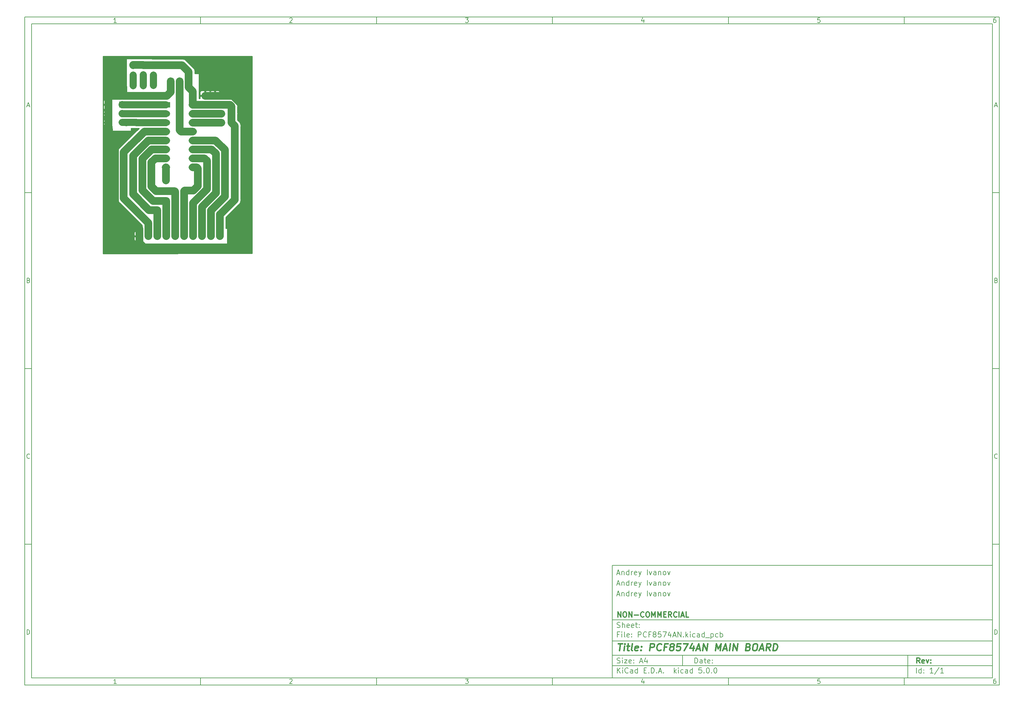
<source format=gbr>
G04 #@! TF.GenerationSoftware,KiCad,Pcbnew,5.0.0*
G04 #@! TF.CreationDate,2018-09-29T21:29:33+03:00*
G04 #@! TF.ProjectId,PCF8574AN,50434638353734414E2E6B696361645F,rev?*
G04 #@! TF.SameCoordinates,Original*
G04 #@! TF.FileFunction,Copper,L2,Bot,Signal*
G04 #@! TF.FilePolarity,Positive*
%FSLAX46Y46*%
G04 Gerber Fmt 4.6, Leading zero omitted, Abs format (unit mm)*
G04 Created by KiCad (PCBNEW 5.0.0) date Sat Sep 29 21:29:33 2018*
%MOMM*%
%LPD*%
G01*
G04 APERTURE LIST*
%ADD10C,0.100000*%
%ADD11C,0.150000*%
%ADD12C,0.300000*%
%ADD13C,0.400000*%
G04 #@! TA.AperFunction,ComponentPad*
%ADD14O,1.700000X1.700000*%
G04 #@! TD*
G04 #@! TA.AperFunction,ComponentPad*
%ADD15R,1.700000X1.700000*%
G04 #@! TD*
G04 #@! TA.AperFunction,Conductor*
%ADD16C,0.100000*%
G04 #@! TD*
G04 #@! TA.AperFunction,SMDPad,CuDef*
%ADD17C,1.250000*%
G04 #@! TD*
G04 #@! TA.AperFunction,ComponentPad*
%ADD18R,2.400000X1.600000*%
G04 #@! TD*
G04 #@! TA.AperFunction,ComponentPad*
%ADD19O,2.400000X1.600000*%
G04 #@! TD*
G04 #@! TA.AperFunction,ViaPad*
%ADD20C,0.600000*%
G04 #@! TD*
G04 #@! TA.AperFunction,Conductor*
%ADD21C,2.200000*%
G04 #@! TD*
G04 #@! TA.AperFunction,Conductor*
%ADD22C,2.000000*%
G04 #@! TD*
G04 #@! TA.AperFunction,Conductor*
%ADD23C,0.254000*%
G04 #@! TD*
G04 APERTURE END LIST*
D10*
D11*
X177002200Y-166007200D02*
X177002200Y-198007200D01*
X285002200Y-198007200D01*
X285002200Y-166007200D01*
X177002200Y-166007200D01*
D10*
D11*
X10000000Y-10000000D02*
X10000000Y-200007200D01*
X287002200Y-200007200D01*
X287002200Y-10000000D01*
X10000000Y-10000000D01*
D10*
D11*
X12000000Y-12000000D02*
X12000000Y-198007200D01*
X285002200Y-198007200D01*
X285002200Y-12000000D01*
X12000000Y-12000000D01*
D10*
D11*
X60000000Y-12000000D02*
X60000000Y-10000000D01*
D10*
D11*
X110000000Y-12000000D02*
X110000000Y-10000000D01*
D10*
D11*
X160000000Y-12000000D02*
X160000000Y-10000000D01*
D10*
D11*
X210000000Y-12000000D02*
X210000000Y-10000000D01*
D10*
D11*
X260000000Y-12000000D02*
X260000000Y-10000000D01*
D10*
D11*
X36065476Y-11588095D02*
X35322619Y-11588095D01*
X35694047Y-11588095D02*
X35694047Y-10288095D01*
X35570238Y-10473809D01*
X35446428Y-10597619D01*
X35322619Y-10659523D01*
D10*
D11*
X85322619Y-10411904D02*
X85384523Y-10350000D01*
X85508333Y-10288095D01*
X85817857Y-10288095D01*
X85941666Y-10350000D01*
X86003571Y-10411904D01*
X86065476Y-10535714D01*
X86065476Y-10659523D01*
X86003571Y-10845238D01*
X85260714Y-11588095D01*
X86065476Y-11588095D01*
D10*
D11*
X135260714Y-10288095D02*
X136065476Y-10288095D01*
X135632142Y-10783333D01*
X135817857Y-10783333D01*
X135941666Y-10845238D01*
X136003571Y-10907142D01*
X136065476Y-11030952D01*
X136065476Y-11340476D01*
X136003571Y-11464285D01*
X135941666Y-11526190D01*
X135817857Y-11588095D01*
X135446428Y-11588095D01*
X135322619Y-11526190D01*
X135260714Y-11464285D01*
D10*
D11*
X185941666Y-10721428D02*
X185941666Y-11588095D01*
X185632142Y-10226190D02*
X185322619Y-11154761D01*
X186127380Y-11154761D01*
D10*
D11*
X236003571Y-10288095D02*
X235384523Y-10288095D01*
X235322619Y-10907142D01*
X235384523Y-10845238D01*
X235508333Y-10783333D01*
X235817857Y-10783333D01*
X235941666Y-10845238D01*
X236003571Y-10907142D01*
X236065476Y-11030952D01*
X236065476Y-11340476D01*
X236003571Y-11464285D01*
X235941666Y-11526190D01*
X235817857Y-11588095D01*
X235508333Y-11588095D01*
X235384523Y-11526190D01*
X235322619Y-11464285D01*
D10*
D11*
X285941666Y-10288095D02*
X285694047Y-10288095D01*
X285570238Y-10350000D01*
X285508333Y-10411904D01*
X285384523Y-10597619D01*
X285322619Y-10845238D01*
X285322619Y-11340476D01*
X285384523Y-11464285D01*
X285446428Y-11526190D01*
X285570238Y-11588095D01*
X285817857Y-11588095D01*
X285941666Y-11526190D01*
X286003571Y-11464285D01*
X286065476Y-11340476D01*
X286065476Y-11030952D01*
X286003571Y-10907142D01*
X285941666Y-10845238D01*
X285817857Y-10783333D01*
X285570238Y-10783333D01*
X285446428Y-10845238D01*
X285384523Y-10907142D01*
X285322619Y-11030952D01*
D10*
D11*
X60000000Y-198007200D02*
X60000000Y-200007200D01*
D10*
D11*
X110000000Y-198007200D02*
X110000000Y-200007200D01*
D10*
D11*
X160000000Y-198007200D02*
X160000000Y-200007200D01*
D10*
D11*
X210000000Y-198007200D02*
X210000000Y-200007200D01*
D10*
D11*
X260000000Y-198007200D02*
X260000000Y-200007200D01*
D10*
D11*
X36065476Y-199595295D02*
X35322619Y-199595295D01*
X35694047Y-199595295D02*
X35694047Y-198295295D01*
X35570238Y-198481009D01*
X35446428Y-198604819D01*
X35322619Y-198666723D01*
D10*
D11*
X85322619Y-198419104D02*
X85384523Y-198357200D01*
X85508333Y-198295295D01*
X85817857Y-198295295D01*
X85941666Y-198357200D01*
X86003571Y-198419104D01*
X86065476Y-198542914D01*
X86065476Y-198666723D01*
X86003571Y-198852438D01*
X85260714Y-199595295D01*
X86065476Y-199595295D01*
D10*
D11*
X135260714Y-198295295D02*
X136065476Y-198295295D01*
X135632142Y-198790533D01*
X135817857Y-198790533D01*
X135941666Y-198852438D01*
X136003571Y-198914342D01*
X136065476Y-199038152D01*
X136065476Y-199347676D01*
X136003571Y-199471485D01*
X135941666Y-199533390D01*
X135817857Y-199595295D01*
X135446428Y-199595295D01*
X135322619Y-199533390D01*
X135260714Y-199471485D01*
D10*
D11*
X185941666Y-198728628D02*
X185941666Y-199595295D01*
X185632142Y-198233390D02*
X185322619Y-199161961D01*
X186127380Y-199161961D01*
D10*
D11*
X236003571Y-198295295D02*
X235384523Y-198295295D01*
X235322619Y-198914342D01*
X235384523Y-198852438D01*
X235508333Y-198790533D01*
X235817857Y-198790533D01*
X235941666Y-198852438D01*
X236003571Y-198914342D01*
X236065476Y-199038152D01*
X236065476Y-199347676D01*
X236003571Y-199471485D01*
X235941666Y-199533390D01*
X235817857Y-199595295D01*
X235508333Y-199595295D01*
X235384523Y-199533390D01*
X235322619Y-199471485D01*
D10*
D11*
X285941666Y-198295295D02*
X285694047Y-198295295D01*
X285570238Y-198357200D01*
X285508333Y-198419104D01*
X285384523Y-198604819D01*
X285322619Y-198852438D01*
X285322619Y-199347676D01*
X285384523Y-199471485D01*
X285446428Y-199533390D01*
X285570238Y-199595295D01*
X285817857Y-199595295D01*
X285941666Y-199533390D01*
X286003571Y-199471485D01*
X286065476Y-199347676D01*
X286065476Y-199038152D01*
X286003571Y-198914342D01*
X285941666Y-198852438D01*
X285817857Y-198790533D01*
X285570238Y-198790533D01*
X285446428Y-198852438D01*
X285384523Y-198914342D01*
X285322619Y-199038152D01*
D10*
D11*
X10000000Y-60000000D02*
X12000000Y-60000000D01*
D10*
D11*
X10000000Y-110000000D02*
X12000000Y-110000000D01*
D10*
D11*
X10000000Y-160000000D02*
X12000000Y-160000000D01*
D10*
D11*
X10690476Y-35216666D02*
X11309523Y-35216666D01*
X10566666Y-35588095D02*
X11000000Y-34288095D01*
X11433333Y-35588095D01*
D10*
D11*
X11092857Y-84907142D02*
X11278571Y-84969047D01*
X11340476Y-85030952D01*
X11402380Y-85154761D01*
X11402380Y-85340476D01*
X11340476Y-85464285D01*
X11278571Y-85526190D01*
X11154761Y-85588095D01*
X10659523Y-85588095D01*
X10659523Y-84288095D01*
X11092857Y-84288095D01*
X11216666Y-84350000D01*
X11278571Y-84411904D01*
X11340476Y-84535714D01*
X11340476Y-84659523D01*
X11278571Y-84783333D01*
X11216666Y-84845238D01*
X11092857Y-84907142D01*
X10659523Y-84907142D01*
D10*
D11*
X11402380Y-135464285D02*
X11340476Y-135526190D01*
X11154761Y-135588095D01*
X11030952Y-135588095D01*
X10845238Y-135526190D01*
X10721428Y-135402380D01*
X10659523Y-135278571D01*
X10597619Y-135030952D01*
X10597619Y-134845238D01*
X10659523Y-134597619D01*
X10721428Y-134473809D01*
X10845238Y-134350000D01*
X11030952Y-134288095D01*
X11154761Y-134288095D01*
X11340476Y-134350000D01*
X11402380Y-134411904D01*
D10*
D11*
X10659523Y-185588095D02*
X10659523Y-184288095D01*
X10969047Y-184288095D01*
X11154761Y-184350000D01*
X11278571Y-184473809D01*
X11340476Y-184597619D01*
X11402380Y-184845238D01*
X11402380Y-185030952D01*
X11340476Y-185278571D01*
X11278571Y-185402380D01*
X11154761Y-185526190D01*
X10969047Y-185588095D01*
X10659523Y-185588095D01*
D10*
D11*
X287002200Y-60000000D02*
X285002200Y-60000000D01*
D10*
D11*
X287002200Y-110000000D02*
X285002200Y-110000000D01*
D10*
D11*
X287002200Y-160000000D02*
X285002200Y-160000000D01*
D10*
D11*
X285692676Y-35216666D02*
X286311723Y-35216666D01*
X285568866Y-35588095D02*
X286002200Y-34288095D01*
X286435533Y-35588095D01*
D10*
D11*
X286095057Y-84907142D02*
X286280771Y-84969047D01*
X286342676Y-85030952D01*
X286404580Y-85154761D01*
X286404580Y-85340476D01*
X286342676Y-85464285D01*
X286280771Y-85526190D01*
X286156961Y-85588095D01*
X285661723Y-85588095D01*
X285661723Y-84288095D01*
X286095057Y-84288095D01*
X286218866Y-84350000D01*
X286280771Y-84411904D01*
X286342676Y-84535714D01*
X286342676Y-84659523D01*
X286280771Y-84783333D01*
X286218866Y-84845238D01*
X286095057Y-84907142D01*
X285661723Y-84907142D01*
D10*
D11*
X286404580Y-135464285D02*
X286342676Y-135526190D01*
X286156961Y-135588095D01*
X286033152Y-135588095D01*
X285847438Y-135526190D01*
X285723628Y-135402380D01*
X285661723Y-135278571D01*
X285599819Y-135030952D01*
X285599819Y-134845238D01*
X285661723Y-134597619D01*
X285723628Y-134473809D01*
X285847438Y-134350000D01*
X286033152Y-134288095D01*
X286156961Y-134288095D01*
X286342676Y-134350000D01*
X286404580Y-134411904D01*
D10*
D11*
X285661723Y-185588095D02*
X285661723Y-184288095D01*
X285971247Y-184288095D01*
X286156961Y-184350000D01*
X286280771Y-184473809D01*
X286342676Y-184597619D01*
X286404580Y-184845238D01*
X286404580Y-185030952D01*
X286342676Y-185278571D01*
X286280771Y-185402380D01*
X286156961Y-185526190D01*
X285971247Y-185588095D01*
X285661723Y-185588095D01*
D10*
D11*
X200434342Y-193785771D02*
X200434342Y-192285771D01*
X200791485Y-192285771D01*
X201005771Y-192357200D01*
X201148628Y-192500057D01*
X201220057Y-192642914D01*
X201291485Y-192928628D01*
X201291485Y-193142914D01*
X201220057Y-193428628D01*
X201148628Y-193571485D01*
X201005771Y-193714342D01*
X200791485Y-193785771D01*
X200434342Y-193785771D01*
X202577200Y-193785771D02*
X202577200Y-193000057D01*
X202505771Y-192857200D01*
X202362914Y-192785771D01*
X202077200Y-192785771D01*
X201934342Y-192857200D01*
X202577200Y-193714342D02*
X202434342Y-193785771D01*
X202077200Y-193785771D01*
X201934342Y-193714342D01*
X201862914Y-193571485D01*
X201862914Y-193428628D01*
X201934342Y-193285771D01*
X202077200Y-193214342D01*
X202434342Y-193214342D01*
X202577200Y-193142914D01*
X203077200Y-192785771D02*
X203648628Y-192785771D01*
X203291485Y-192285771D02*
X203291485Y-193571485D01*
X203362914Y-193714342D01*
X203505771Y-193785771D01*
X203648628Y-193785771D01*
X204720057Y-193714342D02*
X204577200Y-193785771D01*
X204291485Y-193785771D01*
X204148628Y-193714342D01*
X204077200Y-193571485D01*
X204077200Y-193000057D01*
X204148628Y-192857200D01*
X204291485Y-192785771D01*
X204577200Y-192785771D01*
X204720057Y-192857200D01*
X204791485Y-193000057D01*
X204791485Y-193142914D01*
X204077200Y-193285771D01*
X205434342Y-193642914D02*
X205505771Y-193714342D01*
X205434342Y-193785771D01*
X205362914Y-193714342D01*
X205434342Y-193642914D01*
X205434342Y-193785771D01*
X205434342Y-192857200D02*
X205505771Y-192928628D01*
X205434342Y-193000057D01*
X205362914Y-192928628D01*
X205434342Y-192857200D01*
X205434342Y-193000057D01*
D10*
D11*
X177002200Y-194507200D02*
X285002200Y-194507200D01*
D10*
D11*
X178434342Y-196585771D02*
X178434342Y-195085771D01*
X179291485Y-196585771D02*
X178648628Y-195728628D01*
X179291485Y-195085771D02*
X178434342Y-195942914D01*
X179934342Y-196585771D02*
X179934342Y-195585771D01*
X179934342Y-195085771D02*
X179862914Y-195157200D01*
X179934342Y-195228628D01*
X180005771Y-195157200D01*
X179934342Y-195085771D01*
X179934342Y-195228628D01*
X181505771Y-196442914D02*
X181434342Y-196514342D01*
X181220057Y-196585771D01*
X181077200Y-196585771D01*
X180862914Y-196514342D01*
X180720057Y-196371485D01*
X180648628Y-196228628D01*
X180577200Y-195942914D01*
X180577200Y-195728628D01*
X180648628Y-195442914D01*
X180720057Y-195300057D01*
X180862914Y-195157200D01*
X181077200Y-195085771D01*
X181220057Y-195085771D01*
X181434342Y-195157200D01*
X181505771Y-195228628D01*
X182791485Y-196585771D02*
X182791485Y-195800057D01*
X182720057Y-195657200D01*
X182577200Y-195585771D01*
X182291485Y-195585771D01*
X182148628Y-195657200D01*
X182791485Y-196514342D02*
X182648628Y-196585771D01*
X182291485Y-196585771D01*
X182148628Y-196514342D01*
X182077200Y-196371485D01*
X182077200Y-196228628D01*
X182148628Y-196085771D01*
X182291485Y-196014342D01*
X182648628Y-196014342D01*
X182791485Y-195942914D01*
X184148628Y-196585771D02*
X184148628Y-195085771D01*
X184148628Y-196514342D02*
X184005771Y-196585771D01*
X183720057Y-196585771D01*
X183577200Y-196514342D01*
X183505771Y-196442914D01*
X183434342Y-196300057D01*
X183434342Y-195871485D01*
X183505771Y-195728628D01*
X183577200Y-195657200D01*
X183720057Y-195585771D01*
X184005771Y-195585771D01*
X184148628Y-195657200D01*
X186005771Y-195800057D02*
X186505771Y-195800057D01*
X186720057Y-196585771D02*
X186005771Y-196585771D01*
X186005771Y-195085771D01*
X186720057Y-195085771D01*
X187362914Y-196442914D02*
X187434342Y-196514342D01*
X187362914Y-196585771D01*
X187291485Y-196514342D01*
X187362914Y-196442914D01*
X187362914Y-196585771D01*
X188077200Y-196585771D02*
X188077200Y-195085771D01*
X188434342Y-195085771D01*
X188648628Y-195157200D01*
X188791485Y-195300057D01*
X188862914Y-195442914D01*
X188934342Y-195728628D01*
X188934342Y-195942914D01*
X188862914Y-196228628D01*
X188791485Y-196371485D01*
X188648628Y-196514342D01*
X188434342Y-196585771D01*
X188077200Y-196585771D01*
X189577200Y-196442914D02*
X189648628Y-196514342D01*
X189577200Y-196585771D01*
X189505771Y-196514342D01*
X189577200Y-196442914D01*
X189577200Y-196585771D01*
X190220057Y-196157200D02*
X190934342Y-196157200D01*
X190077200Y-196585771D02*
X190577200Y-195085771D01*
X191077200Y-196585771D01*
X191577200Y-196442914D02*
X191648628Y-196514342D01*
X191577200Y-196585771D01*
X191505771Y-196514342D01*
X191577200Y-196442914D01*
X191577200Y-196585771D01*
X194577200Y-196585771D02*
X194577200Y-195085771D01*
X194720057Y-196014342D02*
X195148628Y-196585771D01*
X195148628Y-195585771D02*
X194577200Y-196157200D01*
X195791485Y-196585771D02*
X195791485Y-195585771D01*
X195791485Y-195085771D02*
X195720057Y-195157200D01*
X195791485Y-195228628D01*
X195862914Y-195157200D01*
X195791485Y-195085771D01*
X195791485Y-195228628D01*
X197148628Y-196514342D02*
X197005771Y-196585771D01*
X196720057Y-196585771D01*
X196577200Y-196514342D01*
X196505771Y-196442914D01*
X196434342Y-196300057D01*
X196434342Y-195871485D01*
X196505771Y-195728628D01*
X196577200Y-195657200D01*
X196720057Y-195585771D01*
X197005771Y-195585771D01*
X197148628Y-195657200D01*
X198434342Y-196585771D02*
X198434342Y-195800057D01*
X198362914Y-195657200D01*
X198220057Y-195585771D01*
X197934342Y-195585771D01*
X197791485Y-195657200D01*
X198434342Y-196514342D02*
X198291485Y-196585771D01*
X197934342Y-196585771D01*
X197791485Y-196514342D01*
X197720057Y-196371485D01*
X197720057Y-196228628D01*
X197791485Y-196085771D01*
X197934342Y-196014342D01*
X198291485Y-196014342D01*
X198434342Y-195942914D01*
X199791485Y-196585771D02*
X199791485Y-195085771D01*
X199791485Y-196514342D02*
X199648628Y-196585771D01*
X199362914Y-196585771D01*
X199220057Y-196514342D01*
X199148628Y-196442914D01*
X199077200Y-196300057D01*
X199077200Y-195871485D01*
X199148628Y-195728628D01*
X199220057Y-195657200D01*
X199362914Y-195585771D01*
X199648628Y-195585771D01*
X199791485Y-195657200D01*
X202362914Y-195085771D02*
X201648628Y-195085771D01*
X201577200Y-195800057D01*
X201648628Y-195728628D01*
X201791485Y-195657200D01*
X202148628Y-195657200D01*
X202291485Y-195728628D01*
X202362914Y-195800057D01*
X202434342Y-195942914D01*
X202434342Y-196300057D01*
X202362914Y-196442914D01*
X202291485Y-196514342D01*
X202148628Y-196585771D01*
X201791485Y-196585771D01*
X201648628Y-196514342D01*
X201577200Y-196442914D01*
X203077200Y-196442914D02*
X203148628Y-196514342D01*
X203077200Y-196585771D01*
X203005771Y-196514342D01*
X203077200Y-196442914D01*
X203077200Y-196585771D01*
X204077200Y-195085771D02*
X204220057Y-195085771D01*
X204362914Y-195157200D01*
X204434342Y-195228628D01*
X204505771Y-195371485D01*
X204577200Y-195657200D01*
X204577200Y-196014342D01*
X204505771Y-196300057D01*
X204434342Y-196442914D01*
X204362914Y-196514342D01*
X204220057Y-196585771D01*
X204077200Y-196585771D01*
X203934342Y-196514342D01*
X203862914Y-196442914D01*
X203791485Y-196300057D01*
X203720057Y-196014342D01*
X203720057Y-195657200D01*
X203791485Y-195371485D01*
X203862914Y-195228628D01*
X203934342Y-195157200D01*
X204077200Y-195085771D01*
X205220057Y-196442914D02*
X205291485Y-196514342D01*
X205220057Y-196585771D01*
X205148628Y-196514342D01*
X205220057Y-196442914D01*
X205220057Y-196585771D01*
X206220057Y-195085771D02*
X206362914Y-195085771D01*
X206505771Y-195157200D01*
X206577200Y-195228628D01*
X206648628Y-195371485D01*
X206720057Y-195657200D01*
X206720057Y-196014342D01*
X206648628Y-196300057D01*
X206577200Y-196442914D01*
X206505771Y-196514342D01*
X206362914Y-196585771D01*
X206220057Y-196585771D01*
X206077200Y-196514342D01*
X206005771Y-196442914D01*
X205934342Y-196300057D01*
X205862914Y-196014342D01*
X205862914Y-195657200D01*
X205934342Y-195371485D01*
X206005771Y-195228628D01*
X206077200Y-195157200D01*
X206220057Y-195085771D01*
D10*
D11*
X177002200Y-191507200D02*
X285002200Y-191507200D01*
D10*
D12*
X264411485Y-193785771D02*
X263911485Y-193071485D01*
X263554342Y-193785771D02*
X263554342Y-192285771D01*
X264125771Y-192285771D01*
X264268628Y-192357200D01*
X264340057Y-192428628D01*
X264411485Y-192571485D01*
X264411485Y-192785771D01*
X264340057Y-192928628D01*
X264268628Y-193000057D01*
X264125771Y-193071485D01*
X263554342Y-193071485D01*
X265625771Y-193714342D02*
X265482914Y-193785771D01*
X265197200Y-193785771D01*
X265054342Y-193714342D01*
X264982914Y-193571485D01*
X264982914Y-193000057D01*
X265054342Y-192857200D01*
X265197200Y-192785771D01*
X265482914Y-192785771D01*
X265625771Y-192857200D01*
X265697200Y-193000057D01*
X265697200Y-193142914D01*
X264982914Y-193285771D01*
X266197200Y-192785771D02*
X266554342Y-193785771D01*
X266911485Y-192785771D01*
X267482914Y-193642914D02*
X267554342Y-193714342D01*
X267482914Y-193785771D01*
X267411485Y-193714342D01*
X267482914Y-193642914D01*
X267482914Y-193785771D01*
X267482914Y-192857200D02*
X267554342Y-192928628D01*
X267482914Y-193000057D01*
X267411485Y-192928628D01*
X267482914Y-192857200D01*
X267482914Y-193000057D01*
D10*
D11*
X178362914Y-193714342D02*
X178577200Y-193785771D01*
X178934342Y-193785771D01*
X179077200Y-193714342D01*
X179148628Y-193642914D01*
X179220057Y-193500057D01*
X179220057Y-193357200D01*
X179148628Y-193214342D01*
X179077200Y-193142914D01*
X178934342Y-193071485D01*
X178648628Y-193000057D01*
X178505771Y-192928628D01*
X178434342Y-192857200D01*
X178362914Y-192714342D01*
X178362914Y-192571485D01*
X178434342Y-192428628D01*
X178505771Y-192357200D01*
X178648628Y-192285771D01*
X179005771Y-192285771D01*
X179220057Y-192357200D01*
X179862914Y-193785771D02*
X179862914Y-192785771D01*
X179862914Y-192285771D02*
X179791485Y-192357200D01*
X179862914Y-192428628D01*
X179934342Y-192357200D01*
X179862914Y-192285771D01*
X179862914Y-192428628D01*
X180434342Y-192785771D02*
X181220057Y-192785771D01*
X180434342Y-193785771D01*
X181220057Y-193785771D01*
X182362914Y-193714342D02*
X182220057Y-193785771D01*
X181934342Y-193785771D01*
X181791485Y-193714342D01*
X181720057Y-193571485D01*
X181720057Y-193000057D01*
X181791485Y-192857200D01*
X181934342Y-192785771D01*
X182220057Y-192785771D01*
X182362914Y-192857200D01*
X182434342Y-193000057D01*
X182434342Y-193142914D01*
X181720057Y-193285771D01*
X183077200Y-193642914D02*
X183148628Y-193714342D01*
X183077200Y-193785771D01*
X183005771Y-193714342D01*
X183077200Y-193642914D01*
X183077200Y-193785771D01*
X183077200Y-192857200D02*
X183148628Y-192928628D01*
X183077200Y-193000057D01*
X183005771Y-192928628D01*
X183077200Y-192857200D01*
X183077200Y-193000057D01*
X184862914Y-193357200D02*
X185577200Y-193357200D01*
X184720057Y-193785771D02*
X185220057Y-192285771D01*
X185720057Y-193785771D01*
X186862914Y-192785771D02*
X186862914Y-193785771D01*
X186505771Y-192214342D02*
X186148628Y-193285771D01*
X187077200Y-193285771D01*
D10*
D11*
X263434342Y-196585771D02*
X263434342Y-195085771D01*
X264791485Y-196585771D02*
X264791485Y-195085771D01*
X264791485Y-196514342D02*
X264648628Y-196585771D01*
X264362914Y-196585771D01*
X264220057Y-196514342D01*
X264148628Y-196442914D01*
X264077200Y-196300057D01*
X264077200Y-195871485D01*
X264148628Y-195728628D01*
X264220057Y-195657200D01*
X264362914Y-195585771D01*
X264648628Y-195585771D01*
X264791485Y-195657200D01*
X265505771Y-196442914D02*
X265577200Y-196514342D01*
X265505771Y-196585771D01*
X265434342Y-196514342D01*
X265505771Y-196442914D01*
X265505771Y-196585771D01*
X265505771Y-195657200D02*
X265577200Y-195728628D01*
X265505771Y-195800057D01*
X265434342Y-195728628D01*
X265505771Y-195657200D01*
X265505771Y-195800057D01*
X268148628Y-196585771D02*
X267291485Y-196585771D01*
X267720057Y-196585771D02*
X267720057Y-195085771D01*
X267577200Y-195300057D01*
X267434342Y-195442914D01*
X267291485Y-195514342D01*
X269862914Y-195014342D02*
X268577200Y-196942914D01*
X271148628Y-196585771D02*
X270291485Y-196585771D01*
X270720057Y-196585771D02*
X270720057Y-195085771D01*
X270577200Y-195300057D01*
X270434342Y-195442914D01*
X270291485Y-195514342D01*
D10*
D11*
X177002200Y-187507200D02*
X285002200Y-187507200D01*
D10*
D13*
X178714580Y-188211961D02*
X179857438Y-188211961D01*
X179036009Y-190211961D02*
X179286009Y-188211961D01*
X180274104Y-190211961D02*
X180440771Y-188878628D01*
X180524104Y-188211961D02*
X180416961Y-188307200D01*
X180500295Y-188402438D01*
X180607438Y-188307200D01*
X180524104Y-188211961D01*
X180500295Y-188402438D01*
X181107438Y-188878628D02*
X181869342Y-188878628D01*
X181476485Y-188211961D02*
X181262200Y-189926247D01*
X181333628Y-190116723D01*
X181512200Y-190211961D01*
X181702676Y-190211961D01*
X182655057Y-190211961D02*
X182476485Y-190116723D01*
X182405057Y-189926247D01*
X182619342Y-188211961D01*
X184190771Y-190116723D02*
X183988390Y-190211961D01*
X183607438Y-190211961D01*
X183428866Y-190116723D01*
X183357438Y-189926247D01*
X183452676Y-189164342D01*
X183571723Y-188973866D01*
X183774104Y-188878628D01*
X184155057Y-188878628D01*
X184333628Y-188973866D01*
X184405057Y-189164342D01*
X184381247Y-189354819D01*
X183405057Y-189545295D01*
X185155057Y-190021485D02*
X185238390Y-190116723D01*
X185131247Y-190211961D01*
X185047914Y-190116723D01*
X185155057Y-190021485D01*
X185131247Y-190211961D01*
X185286009Y-188973866D02*
X185369342Y-189069104D01*
X185262200Y-189164342D01*
X185178866Y-189069104D01*
X185286009Y-188973866D01*
X185262200Y-189164342D01*
X187607438Y-190211961D02*
X187857438Y-188211961D01*
X188619342Y-188211961D01*
X188797914Y-188307200D01*
X188881247Y-188402438D01*
X188952676Y-188592914D01*
X188916961Y-188878628D01*
X188797914Y-189069104D01*
X188690771Y-189164342D01*
X188488390Y-189259580D01*
X187726485Y-189259580D01*
X190774104Y-190021485D02*
X190666961Y-190116723D01*
X190369342Y-190211961D01*
X190178866Y-190211961D01*
X189905057Y-190116723D01*
X189738390Y-189926247D01*
X189666961Y-189735771D01*
X189619342Y-189354819D01*
X189655057Y-189069104D01*
X189797914Y-188688152D01*
X189916961Y-188497676D01*
X190131247Y-188307200D01*
X190428866Y-188211961D01*
X190619342Y-188211961D01*
X190893152Y-188307200D01*
X190976485Y-188402438D01*
X192405057Y-189164342D02*
X191738390Y-189164342D01*
X191607438Y-190211961D02*
X191857438Y-188211961D01*
X192809819Y-188211961D01*
X193750295Y-189069104D02*
X193571723Y-188973866D01*
X193488390Y-188878628D01*
X193416961Y-188688152D01*
X193428866Y-188592914D01*
X193547914Y-188402438D01*
X193655057Y-188307200D01*
X193857438Y-188211961D01*
X194238390Y-188211961D01*
X194416961Y-188307200D01*
X194500295Y-188402438D01*
X194571723Y-188592914D01*
X194559819Y-188688152D01*
X194440771Y-188878628D01*
X194333628Y-188973866D01*
X194131247Y-189069104D01*
X193750295Y-189069104D01*
X193547914Y-189164342D01*
X193440771Y-189259580D01*
X193321723Y-189450057D01*
X193274104Y-189831009D01*
X193345533Y-190021485D01*
X193428866Y-190116723D01*
X193607438Y-190211961D01*
X193988390Y-190211961D01*
X194190771Y-190116723D01*
X194297914Y-190021485D01*
X194416961Y-189831009D01*
X194464580Y-189450057D01*
X194393152Y-189259580D01*
X194309819Y-189164342D01*
X194131247Y-189069104D01*
X196428866Y-188211961D02*
X195476485Y-188211961D01*
X195262200Y-189164342D01*
X195369342Y-189069104D01*
X195571723Y-188973866D01*
X196047914Y-188973866D01*
X196226485Y-189069104D01*
X196309819Y-189164342D01*
X196381247Y-189354819D01*
X196321723Y-189831009D01*
X196202676Y-190021485D01*
X196095533Y-190116723D01*
X195893152Y-190211961D01*
X195416961Y-190211961D01*
X195238390Y-190116723D01*
X195155057Y-190021485D01*
X197190771Y-188211961D02*
X198524104Y-188211961D01*
X197416961Y-190211961D01*
X200059819Y-188878628D02*
X199893152Y-190211961D01*
X199678866Y-188116723D02*
X199024104Y-189545295D01*
X200262200Y-189545295D01*
X200916961Y-189640533D02*
X201869342Y-189640533D01*
X200655057Y-190211961D02*
X201571723Y-188211961D01*
X201988390Y-190211961D01*
X202655057Y-190211961D02*
X202905057Y-188211961D01*
X203797914Y-190211961D01*
X204047914Y-188211961D01*
X206274104Y-190211961D02*
X206524104Y-188211961D01*
X207012200Y-189640533D01*
X207857438Y-188211961D01*
X207607438Y-190211961D01*
X208536009Y-189640533D02*
X209488390Y-189640533D01*
X208274104Y-190211961D02*
X209190771Y-188211961D01*
X209607438Y-190211961D01*
X210274104Y-190211961D02*
X210524104Y-188211961D01*
X211226485Y-190211961D02*
X211476485Y-188211961D01*
X212369342Y-190211961D01*
X212619342Y-188211961D01*
X215643152Y-189164342D02*
X215916961Y-189259580D01*
X216000295Y-189354819D01*
X216071723Y-189545295D01*
X216036009Y-189831009D01*
X215916961Y-190021485D01*
X215809819Y-190116723D01*
X215607438Y-190211961D01*
X214845533Y-190211961D01*
X215095533Y-188211961D01*
X215762200Y-188211961D01*
X215940771Y-188307200D01*
X216024104Y-188402438D01*
X216095533Y-188592914D01*
X216071723Y-188783390D01*
X215952676Y-188973866D01*
X215845533Y-189069104D01*
X215643152Y-189164342D01*
X214976485Y-189164342D01*
X217476485Y-188211961D02*
X217857438Y-188211961D01*
X218036009Y-188307200D01*
X218202676Y-188497676D01*
X218250295Y-188878628D01*
X218166961Y-189545295D01*
X218024104Y-189926247D01*
X217809819Y-190116723D01*
X217607438Y-190211961D01*
X217226485Y-190211961D01*
X217047914Y-190116723D01*
X216881247Y-189926247D01*
X216833628Y-189545295D01*
X216916961Y-188878628D01*
X217059819Y-188497676D01*
X217274104Y-188307200D01*
X217476485Y-188211961D01*
X218916961Y-189640533D02*
X219869342Y-189640533D01*
X218655057Y-190211961D02*
X219571723Y-188211961D01*
X219988390Y-190211961D01*
X221797914Y-190211961D02*
X221250295Y-189259580D01*
X220655057Y-190211961D02*
X220905057Y-188211961D01*
X221666961Y-188211961D01*
X221845533Y-188307200D01*
X221928866Y-188402438D01*
X222000295Y-188592914D01*
X221964580Y-188878628D01*
X221845533Y-189069104D01*
X221738390Y-189164342D01*
X221536009Y-189259580D01*
X220774104Y-189259580D01*
X222655057Y-190211961D02*
X222905057Y-188211961D01*
X223381247Y-188211961D01*
X223655057Y-188307200D01*
X223821723Y-188497676D01*
X223893152Y-188688152D01*
X223940771Y-189069104D01*
X223905057Y-189354819D01*
X223762200Y-189735771D01*
X223643152Y-189926247D01*
X223428866Y-190116723D01*
X223131247Y-190211961D01*
X222655057Y-190211961D01*
D10*
D11*
X178934342Y-185600057D02*
X178434342Y-185600057D01*
X178434342Y-186385771D02*
X178434342Y-184885771D01*
X179148628Y-184885771D01*
X179720057Y-186385771D02*
X179720057Y-185385771D01*
X179720057Y-184885771D02*
X179648628Y-184957200D01*
X179720057Y-185028628D01*
X179791485Y-184957200D01*
X179720057Y-184885771D01*
X179720057Y-185028628D01*
X180648628Y-186385771D02*
X180505771Y-186314342D01*
X180434342Y-186171485D01*
X180434342Y-184885771D01*
X181791485Y-186314342D02*
X181648628Y-186385771D01*
X181362914Y-186385771D01*
X181220057Y-186314342D01*
X181148628Y-186171485D01*
X181148628Y-185600057D01*
X181220057Y-185457200D01*
X181362914Y-185385771D01*
X181648628Y-185385771D01*
X181791485Y-185457200D01*
X181862914Y-185600057D01*
X181862914Y-185742914D01*
X181148628Y-185885771D01*
X182505771Y-186242914D02*
X182577200Y-186314342D01*
X182505771Y-186385771D01*
X182434342Y-186314342D01*
X182505771Y-186242914D01*
X182505771Y-186385771D01*
X182505771Y-185457200D02*
X182577200Y-185528628D01*
X182505771Y-185600057D01*
X182434342Y-185528628D01*
X182505771Y-185457200D01*
X182505771Y-185600057D01*
X184362914Y-186385771D02*
X184362914Y-184885771D01*
X184934342Y-184885771D01*
X185077200Y-184957200D01*
X185148628Y-185028628D01*
X185220057Y-185171485D01*
X185220057Y-185385771D01*
X185148628Y-185528628D01*
X185077200Y-185600057D01*
X184934342Y-185671485D01*
X184362914Y-185671485D01*
X186720057Y-186242914D02*
X186648628Y-186314342D01*
X186434342Y-186385771D01*
X186291485Y-186385771D01*
X186077200Y-186314342D01*
X185934342Y-186171485D01*
X185862914Y-186028628D01*
X185791485Y-185742914D01*
X185791485Y-185528628D01*
X185862914Y-185242914D01*
X185934342Y-185100057D01*
X186077200Y-184957200D01*
X186291485Y-184885771D01*
X186434342Y-184885771D01*
X186648628Y-184957200D01*
X186720057Y-185028628D01*
X187862914Y-185600057D02*
X187362914Y-185600057D01*
X187362914Y-186385771D02*
X187362914Y-184885771D01*
X188077200Y-184885771D01*
X188862914Y-185528628D02*
X188720057Y-185457200D01*
X188648628Y-185385771D01*
X188577200Y-185242914D01*
X188577200Y-185171485D01*
X188648628Y-185028628D01*
X188720057Y-184957200D01*
X188862914Y-184885771D01*
X189148628Y-184885771D01*
X189291485Y-184957200D01*
X189362914Y-185028628D01*
X189434342Y-185171485D01*
X189434342Y-185242914D01*
X189362914Y-185385771D01*
X189291485Y-185457200D01*
X189148628Y-185528628D01*
X188862914Y-185528628D01*
X188720057Y-185600057D01*
X188648628Y-185671485D01*
X188577200Y-185814342D01*
X188577200Y-186100057D01*
X188648628Y-186242914D01*
X188720057Y-186314342D01*
X188862914Y-186385771D01*
X189148628Y-186385771D01*
X189291485Y-186314342D01*
X189362914Y-186242914D01*
X189434342Y-186100057D01*
X189434342Y-185814342D01*
X189362914Y-185671485D01*
X189291485Y-185600057D01*
X189148628Y-185528628D01*
X190791485Y-184885771D02*
X190077200Y-184885771D01*
X190005771Y-185600057D01*
X190077200Y-185528628D01*
X190220057Y-185457200D01*
X190577200Y-185457200D01*
X190720057Y-185528628D01*
X190791485Y-185600057D01*
X190862914Y-185742914D01*
X190862914Y-186100057D01*
X190791485Y-186242914D01*
X190720057Y-186314342D01*
X190577200Y-186385771D01*
X190220057Y-186385771D01*
X190077200Y-186314342D01*
X190005771Y-186242914D01*
X191362914Y-184885771D02*
X192362914Y-184885771D01*
X191720057Y-186385771D01*
X193577200Y-185385771D02*
X193577200Y-186385771D01*
X193220057Y-184814342D02*
X192862914Y-185885771D01*
X193791485Y-185885771D01*
X194291485Y-185957200D02*
X195005771Y-185957200D01*
X194148628Y-186385771D02*
X194648628Y-184885771D01*
X195148628Y-186385771D01*
X195648628Y-186385771D02*
X195648628Y-184885771D01*
X196505771Y-186385771D01*
X196505771Y-184885771D01*
X197220057Y-186242914D02*
X197291485Y-186314342D01*
X197220057Y-186385771D01*
X197148628Y-186314342D01*
X197220057Y-186242914D01*
X197220057Y-186385771D01*
X197934342Y-186385771D02*
X197934342Y-184885771D01*
X198077200Y-185814342D02*
X198505771Y-186385771D01*
X198505771Y-185385771D02*
X197934342Y-185957200D01*
X199148628Y-186385771D02*
X199148628Y-185385771D01*
X199148628Y-184885771D02*
X199077200Y-184957200D01*
X199148628Y-185028628D01*
X199220057Y-184957200D01*
X199148628Y-184885771D01*
X199148628Y-185028628D01*
X200505771Y-186314342D02*
X200362914Y-186385771D01*
X200077200Y-186385771D01*
X199934342Y-186314342D01*
X199862914Y-186242914D01*
X199791485Y-186100057D01*
X199791485Y-185671485D01*
X199862914Y-185528628D01*
X199934342Y-185457200D01*
X200077200Y-185385771D01*
X200362914Y-185385771D01*
X200505771Y-185457200D01*
X201791485Y-186385771D02*
X201791485Y-185600057D01*
X201720057Y-185457200D01*
X201577200Y-185385771D01*
X201291485Y-185385771D01*
X201148628Y-185457200D01*
X201791485Y-186314342D02*
X201648628Y-186385771D01*
X201291485Y-186385771D01*
X201148628Y-186314342D01*
X201077200Y-186171485D01*
X201077200Y-186028628D01*
X201148628Y-185885771D01*
X201291485Y-185814342D01*
X201648628Y-185814342D01*
X201791485Y-185742914D01*
X203148628Y-186385771D02*
X203148628Y-184885771D01*
X203148628Y-186314342D02*
X203005771Y-186385771D01*
X202720057Y-186385771D01*
X202577200Y-186314342D01*
X202505771Y-186242914D01*
X202434342Y-186100057D01*
X202434342Y-185671485D01*
X202505771Y-185528628D01*
X202577200Y-185457200D01*
X202720057Y-185385771D01*
X203005771Y-185385771D01*
X203148628Y-185457200D01*
X203505771Y-186528628D02*
X204648628Y-186528628D01*
X205005771Y-185385771D02*
X205005771Y-186885771D01*
X205005771Y-185457200D02*
X205148628Y-185385771D01*
X205434342Y-185385771D01*
X205577200Y-185457200D01*
X205648628Y-185528628D01*
X205720057Y-185671485D01*
X205720057Y-186100057D01*
X205648628Y-186242914D01*
X205577200Y-186314342D01*
X205434342Y-186385771D01*
X205148628Y-186385771D01*
X205005771Y-186314342D01*
X207005771Y-186314342D02*
X206862914Y-186385771D01*
X206577200Y-186385771D01*
X206434342Y-186314342D01*
X206362914Y-186242914D01*
X206291485Y-186100057D01*
X206291485Y-185671485D01*
X206362914Y-185528628D01*
X206434342Y-185457200D01*
X206577200Y-185385771D01*
X206862914Y-185385771D01*
X207005771Y-185457200D01*
X207648628Y-186385771D02*
X207648628Y-184885771D01*
X207648628Y-185457200D02*
X207791485Y-185385771D01*
X208077200Y-185385771D01*
X208220057Y-185457200D01*
X208291485Y-185528628D01*
X208362914Y-185671485D01*
X208362914Y-186100057D01*
X208291485Y-186242914D01*
X208220057Y-186314342D01*
X208077200Y-186385771D01*
X207791485Y-186385771D01*
X207648628Y-186314342D01*
D10*
D11*
X177002200Y-181507200D02*
X285002200Y-181507200D01*
D10*
D11*
X178362914Y-183614342D02*
X178577200Y-183685771D01*
X178934342Y-183685771D01*
X179077200Y-183614342D01*
X179148628Y-183542914D01*
X179220057Y-183400057D01*
X179220057Y-183257200D01*
X179148628Y-183114342D01*
X179077200Y-183042914D01*
X178934342Y-182971485D01*
X178648628Y-182900057D01*
X178505771Y-182828628D01*
X178434342Y-182757200D01*
X178362914Y-182614342D01*
X178362914Y-182471485D01*
X178434342Y-182328628D01*
X178505771Y-182257200D01*
X178648628Y-182185771D01*
X179005771Y-182185771D01*
X179220057Y-182257200D01*
X179862914Y-183685771D02*
X179862914Y-182185771D01*
X180505771Y-183685771D02*
X180505771Y-182900057D01*
X180434342Y-182757200D01*
X180291485Y-182685771D01*
X180077200Y-182685771D01*
X179934342Y-182757200D01*
X179862914Y-182828628D01*
X181791485Y-183614342D02*
X181648628Y-183685771D01*
X181362914Y-183685771D01*
X181220057Y-183614342D01*
X181148628Y-183471485D01*
X181148628Y-182900057D01*
X181220057Y-182757200D01*
X181362914Y-182685771D01*
X181648628Y-182685771D01*
X181791485Y-182757200D01*
X181862914Y-182900057D01*
X181862914Y-183042914D01*
X181148628Y-183185771D01*
X183077200Y-183614342D02*
X182934342Y-183685771D01*
X182648628Y-183685771D01*
X182505771Y-183614342D01*
X182434342Y-183471485D01*
X182434342Y-182900057D01*
X182505771Y-182757200D01*
X182648628Y-182685771D01*
X182934342Y-182685771D01*
X183077200Y-182757200D01*
X183148628Y-182900057D01*
X183148628Y-183042914D01*
X182434342Y-183185771D01*
X183577200Y-182685771D02*
X184148628Y-182685771D01*
X183791485Y-182185771D02*
X183791485Y-183471485D01*
X183862914Y-183614342D01*
X184005771Y-183685771D01*
X184148628Y-183685771D01*
X184648628Y-183542914D02*
X184720057Y-183614342D01*
X184648628Y-183685771D01*
X184577200Y-183614342D01*
X184648628Y-183542914D01*
X184648628Y-183685771D01*
X184648628Y-182757200D02*
X184720057Y-182828628D01*
X184648628Y-182900057D01*
X184577200Y-182828628D01*
X184648628Y-182757200D01*
X184648628Y-182900057D01*
D10*
D12*
X178554342Y-180685771D02*
X178554342Y-179185771D01*
X179411485Y-180685771D01*
X179411485Y-179185771D01*
X180411485Y-179185771D02*
X180697200Y-179185771D01*
X180840057Y-179257200D01*
X180982914Y-179400057D01*
X181054342Y-179685771D01*
X181054342Y-180185771D01*
X180982914Y-180471485D01*
X180840057Y-180614342D01*
X180697200Y-180685771D01*
X180411485Y-180685771D01*
X180268628Y-180614342D01*
X180125771Y-180471485D01*
X180054342Y-180185771D01*
X180054342Y-179685771D01*
X180125771Y-179400057D01*
X180268628Y-179257200D01*
X180411485Y-179185771D01*
X181697200Y-180685771D02*
X181697200Y-179185771D01*
X182554342Y-180685771D01*
X182554342Y-179185771D01*
X183268628Y-180114342D02*
X184411485Y-180114342D01*
X185982914Y-180542914D02*
X185911485Y-180614342D01*
X185697200Y-180685771D01*
X185554342Y-180685771D01*
X185340057Y-180614342D01*
X185197200Y-180471485D01*
X185125771Y-180328628D01*
X185054342Y-180042914D01*
X185054342Y-179828628D01*
X185125771Y-179542914D01*
X185197200Y-179400057D01*
X185340057Y-179257200D01*
X185554342Y-179185771D01*
X185697200Y-179185771D01*
X185911485Y-179257200D01*
X185982914Y-179328628D01*
X186911485Y-179185771D02*
X187197200Y-179185771D01*
X187340057Y-179257200D01*
X187482914Y-179400057D01*
X187554342Y-179685771D01*
X187554342Y-180185771D01*
X187482914Y-180471485D01*
X187340057Y-180614342D01*
X187197200Y-180685771D01*
X186911485Y-180685771D01*
X186768628Y-180614342D01*
X186625771Y-180471485D01*
X186554342Y-180185771D01*
X186554342Y-179685771D01*
X186625771Y-179400057D01*
X186768628Y-179257200D01*
X186911485Y-179185771D01*
X188197200Y-180685771D02*
X188197200Y-179185771D01*
X188697200Y-180257200D01*
X189197200Y-179185771D01*
X189197200Y-180685771D01*
X189911485Y-180685771D02*
X189911485Y-179185771D01*
X190411485Y-180257200D01*
X190911485Y-179185771D01*
X190911485Y-180685771D01*
X191625771Y-179900057D02*
X192125771Y-179900057D01*
X192340057Y-180685771D02*
X191625771Y-180685771D01*
X191625771Y-179185771D01*
X192340057Y-179185771D01*
X193840057Y-180685771D02*
X193340057Y-179971485D01*
X192982914Y-180685771D02*
X192982914Y-179185771D01*
X193554342Y-179185771D01*
X193697200Y-179257200D01*
X193768628Y-179328628D01*
X193840057Y-179471485D01*
X193840057Y-179685771D01*
X193768628Y-179828628D01*
X193697200Y-179900057D01*
X193554342Y-179971485D01*
X192982914Y-179971485D01*
X195340057Y-180542914D02*
X195268628Y-180614342D01*
X195054342Y-180685771D01*
X194911485Y-180685771D01*
X194697200Y-180614342D01*
X194554342Y-180471485D01*
X194482914Y-180328628D01*
X194411485Y-180042914D01*
X194411485Y-179828628D01*
X194482914Y-179542914D01*
X194554342Y-179400057D01*
X194697200Y-179257200D01*
X194911485Y-179185771D01*
X195054342Y-179185771D01*
X195268628Y-179257200D01*
X195340057Y-179328628D01*
X195982914Y-180685771D02*
X195982914Y-179185771D01*
X196625771Y-180257200D02*
X197340057Y-180257200D01*
X196482914Y-180685771D02*
X196982914Y-179185771D01*
X197482914Y-180685771D01*
X198697200Y-180685771D02*
X197982914Y-180685771D01*
X197982914Y-179185771D01*
D10*
D11*
X178362914Y-174257200D02*
X179077200Y-174257200D01*
X178220057Y-174685771D02*
X178720057Y-173185771D01*
X179220057Y-174685771D01*
X179720057Y-173685771D02*
X179720057Y-174685771D01*
X179720057Y-173828628D02*
X179791485Y-173757200D01*
X179934342Y-173685771D01*
X180148628Y-173685771D01*
X180291485Y-173757200D01*
X180362914Y-173900057D01*
X180362914Y-174685771D01*
X181720057Y-174685771D02*
X181720057Y-173185771D01*
X181720057Y-174614342D02*
X181577200Y-174685771D01*
X181291485Y-174685771D01*
X181148628Y-174614342D01*
X181077200Y-174542914D01*
X181005771Y-174400057D01*
X181005771Y-173971485D01*
X181077200Y-173828628D01*
X181148628Y-173757200D01*
X181291485Y-173685771D01*
X181577200Y-173685771D01*
X181720057Y-173757200D01*
X182434342Y-174685771D02*
X182434342Y-173685771D01*
X182434342Y-173971485D02*
X182505771Y-173828628D01*
X182577200Y-173757200D01*
X182720057Y-173685771D01*
X182862914Y-173685771D01*
X183934342Y-174614342D02*
X183791485Y-174685771D01*
X183505771Y-174685771D01*
X183362914Y-174614342D01*
X183291485Y-174471485D01*
X183291485Y-173900057D01*
X183362914Y-173757200D01*
X183505771Y-173685771D01*
X183791485Y-173685771D01*
X183934342Y-173757200D01*
X184005771Y-173900057D01*
X184005771Y-174042914D01*
X183291485Y-174185771D01*
X184505771Y-173685771D02*
X184862914Y-174685771D01*
X185220057Y-173685771D02*
X184862914Y-174685771D01*
X184720057Y-175042914D01*
X184648628Y-175114342D01*
X184505771Y-175185771D01*
X186934342Y-174685771D02*
X186934342Y-173185771D01*
X187505771Y-173685771D02*
X187862914Y-174685771D01*
X188220057Y-173685771D01*
X189434342Y-174685771D02*
X189434342Y-173900057D01*
X189362914Y-173757200D01*
X189220057Y-173685771D01*
X188934342Y-173685771D01*
X188791485Y-173757200D01*
X189434342Y-174614342D02*
X189291485Y-174685771D01*
X188934342Y-174685771D01*
X188791485Y-174614342D01*
X188720057Y-174471485D01*
X188720057Y-174328628D01*
X188791485Y-174185771D01*
X188934342Y-174114342D01*
X189291485Y-174114342D01*
X189434342Y-174042914D01*
X190148628Y-173685771D02*
X190148628Y-174685771D01*
X190148628Y-173828628D02*
X190220057Y-173757200D01*
X190362914Y-173685771D01*
X190577200Y-173685771D01*
X190720057Y-173757200D01*
X190791485Y-173900057D01*
X190791485Y-174685771D01*
X191720057Y-174685771D02*
X191577200Y-174614342D01*
X191505771Y-174542914D01*
X191434342Y-174400057D01*
X191434342Y-173971485D01*
X191505771Y-173828628D01*
X191577200Y-173757200D01*
X191720057Y-173685771D01*
X191934342Y-173685771D01*
X192077200Y-173757200D01*
X192148628Y-173828628D01*
X192220057Y-173971485D01*
X192220057Y-174400057D01*
X192148628Y-174542914D01*
X192077200Y-174614342D01*
X191934342Y-174685771D01*
X191720057Y-174685771D01*
X192720057Y-173685771D02*
X193077200Y-174685771D01*
X193434342Y-173685771D01*
D10*
D11*
X178362914Y-171257200D02*
X179077200Y-171257200D01*
X178220057Y-171685771D02*
X178720057Y-170185771D01*
X179220057Y-171685771D01*
X179720057Y-170685771D02*
X179720057Y-171685771D01*
X179720057Y-170828628D02*
X179791485Y-170757200D01*
X179934342Y-170685771D01*
X180148628Y-170685771D01*
X180291485Y-170757200D01*
X180362914Y-170900057D01*
X180362914Y-171685771D01*
X181720057Y-171685771D02*
X181720057Y-170185771D01*
X181720057Y-171614342D02*
X181577200Y-171685771D01*
X181291485Y-171685771D01*
X181148628Y-171614342D01*
X181077200Y-171542914D01*
X181005771Y-171400057D01*
X181005771Y-170971485D01*
X181077200Y-170828628D01*
X181148628Y-170757200D01*
X181291485Y-170685771D01*
X181577200Y-170685771D01*
X181720057Y-170757200D01*
X182434342Y-171685771D02*
X182434342Y-170685771D01*
X182434342Y-170971485D02*
X182505771Y-170828628D01*
X182577200Y-170757200D01*
X182720057Y-170685771D01*
X182862914Y-170685771D01*
X183934342Y-171614342D02*
X183791485Y-171685771D01*
X183505771Y-171685771D01*
X183362914Y-171614342D01*
X183291485Y-171471485D01*
X183291485Y-170900057D01*
X183362914Y-170757200D01*
X183505771Y-170685771D01*
X183791485Y-170685771D01*
X183934342Y-170757200D01*
X184005771Y-170900057D01*
X184005771Y-171042914D01*
X183291485Y-171185771D01*
X184505771Y-170685771D02*
X184862914Y-171685771D01*
X185220057Y-170685771D02*
X184862914Y-171685771D01*
X184720057Y-172042914D01*
X184648628Y-172114342D01*
X184505771Y-172185771D01*
X186934342Y-171685771D02*
X186934342Y-170185771D01*
X187505771Y-170685771D02*
X187862914Y-171685771D01*
X188220057Y-170685771D01*
X189434342Y-171685771D02*
X189434342Y-170900057D01*
X189362914Y-170757200D01*
X189220057Y-170685771D01*
X188934342Y-170685771D01*
X188791485Y-170757200D01*
X189434342Y-171614342D02*
X189291485Y-171685771D01*
X188934342Y-171685771D01*
X188791485Y-171614342D01*
X188720057Y-171471485D01*
X188720057Y-171328628D01*
X188791485Y-171185771D01*
X188934342Y-171114342D01*
X189291485Y-171114342D01*
X189434342Y-171042914D01*
X190148628Y-170685771D02*
X190148628Y-171685771D01*
X190148628Y-170828628D02*
X190220057Y-170757200D01*
X190362914Y-170685771D01*
X190577200Y-170685771D01*
X190720057Y-170757200D01*
X190791485Y-170900057D01*
X190791485Y-171685771D01*
X191720057Y-171685771D02*
X191577200Y-171614342D01*
X191505771Y-171542914D01*
X191434342Y-171400057D01*
X191434342Y-170971485D01*
X191505771Y-170828628D01*
X191577200Y-170757200D01*
X191720057Y-170685771D01*
X191934342Y-170685771D01*
X192077200Y-170757200D01*
X192148628Y-170828628D01*
X192220057Y-170971485D01*
X192220057Y-171400057D01*
X192148628Y-171542914D01*
X192077200Y-171614342D01*
X191934342Y-171685771D01*
X191720057Y-171685771D01*
X192720057Y-170685771D02*
X193077200Y-171685771D01*
X193434342Y-170685771D01*
D10*
D11*
X178362914Y-168257200D02*
X179077200Y-168257200D01*
X178220057Y-168685771D02*
X178720057Y-167185771D01*
X179220057Y-168685771D01*
X179720057Y-167685771D02*
X179720057Y-168685771D01*
X179720057Y-167828628D02*
X179791485Y-167757200D01*
X179934342Y-167685771D01*
X180148628Y-167685771D01*
X180291485Y-167757200D01*
X180362914Y-167900057D01*
X180362914Y-168685771D01*
X181720057Y-168685771D02*
X181720057Y-167185771D01*
X181720057Y-168614342D02*
X181577200Y-168685771D01*
X181291485Y-168685771D01*
X181148628Y-168614342D01*
X181077200Y-168542914D01*
X181005771Y-168400057D01*
X181005771Y-167971485D01*
X181077200Y-167828628D01*
X181148628Y-167757200D01*
X181291485Y-167685771D01*
X181577200Y-167685771D01*
X181720057Y-167757200D01*
X182434342Y-168685771D02*
X182434342Y-167685771D01*
X182434342Y-167971485D02*
X182505771Y-167828628D01*
X182577200Y-167757200D01*
X182720057Y-167685771D01*
X182862914Y-167685771D01*
X183934342Y-168614342D02*
X183791485Y-168685771D01*
X183505771Y-168685771D01*
X183362914Y-168614342D01*
X183291485Y-168471485D01*
X183291485Y-167900057D01*
X183362914Y-167757200D01*
X183505771Y-167685771D01*
X183791485Y-167685771D01*
X183934342Y-167757200D01*
X184005771Y-167900057D01*
X184005771Y-168042914D01*
X183291485Y-168185771D01*
X184505771Y-167685771D02*
X184862914Y-168685771D01*
X185220057Y-167685771D02*
X184862914Y-168685771D01*
X184720057Y-169042914D01*
X184648628Y-169114342D01*
X184505771Y-169185771D01*
X186934342Y-168685771D02*
X186934342Y-167185771D01*
X187505771Y-167685771D02*
X187862914Y-168685771D01*
X188220057Y-167685771D01*
X189434342Y-168685771D02*
X189434342Y-167900057D01*
X189362914Y-167757200D01*
X189220057Y-167685771D01*
X188934342Y-167685771D01*
X188791485Y-167757200D01*
X189434342Y-168614342D02*
X189291485Y-168685771D01*
X188934342Y-168685771D01*
X188791485Y-168614342D01*
X188720057Y-168471485D01*
X188720057Y-168328628D01*
X188791485Y-168185771D01*
X188934342Y-168114342D01*
X189291485Y-168114342D01*
X189434342Y-168042914D01*
X190148628Y-167685771D02*
X190148628Y-168685771D01*
X190148628Y-167828628D02*
X190220057Y-167757200D01*
X190362914Y-167685771D01*
X190577200Y-167685771D01*
X190720057Y-167757200D01*
X190791485Y-167900057D01*
X190791485Y-168685771D01*
X191720057Y-168685771D02*
X191577200Y-168614342D01*
X191505771Y-168542914D01*
X191434342Y-168400057D01*
X191434342Y-167971485D01*
X191505771Y-167828628D01*
X191577200Y-167757200D01*
X191720057Y-167685771D01*
X191934342Y-167685771D01*
X192077200Y-167757200D01*
X192148628Y-167828628D01*
X192220057Y-167971485D01*
X192220057Y-168400057D01*
X192148628Y-168542914D01*
X192077200Y-168614342D01*
X191934342Y-168685771D01*
X191720057Y-168685771D01*
X192720057Y-167685771D02*
X193077200Y-168685771D01*
X193434342Y-167685771D01*
D10*
D11*
X197002200Y-191507200D02*
X197002200Y-194507200D01*
D10*
D11*
X261002200Y-191507200D02*
X261002200Y-198007200D01*
D14*
G04 #@! TO.P,J6,3*
G04 #@! TO.N,GND*
X33850000Y-40025000D03*
G04 #@! TO.P,J6,2*
X33850000Y-37485000D03*
D15*
G04 #@! TO.P,J6,1*
X33850000Y-34945000D03*
G04 #@! TD*
G04 #@! TO.P,J1,1*
G04 #@! TO.N,GND*
X64071500Y-32448500D03*
D14*
G04 #@! TO.P,J1,2*
G04 #@! TO.N,+5V*
X64071500Y-34988500D03*
G04 #@! TO.P,J1,3*
G04 #@! TO.N,Net-(J1-Pad3)*
X64071500Y-37528500D03*
G04 #@! TO.P,J1,4*
G04 #@! TO.N,Net-(J1-Pad4)*
X64071500Y-40068500D03*
G04 #@! TD*
D15*
G04 #@! TO.P,J2,1*
G04 #@! TO.N,GND*
X51545000Y-28300000D03*
D14*
G04 #@! TO.P,J2,2*
G04 #@! TO.N,Net-(J2-Pad2)*
X54085000Y-28300000D03*
G04 #@! TO.P,J2,3*
G04 #@! TO.N,+5V*
X56625000Y-28300000D03*
G04 #@! TD*
D15*
G04 #@! TO.P,J3,1*
G04 #@! TO.N,GND*
X42608500Y-72339200D03*
D14*
G04 #@! TO.P,J3,2*
G04 #@! TO.N,Net-(J3-Pad2)*
X45148500Y-72339200D03*
G04 #@! TO.P,J3,3*
G04 #@! TO.N,Net-(J3-Pad3)*
X47688500Y-72339200D03*
G04 #@! TO.P,J3,4*
G04 #@! TO.N,Net-(J3-Pad4)*
X50228500Y-72339200D03*
G04 #@! TO.P,J3,5*
G04 #@! TO.N,Net-(J3-Pad5)*
X52768500Y-72339200D03*
G04 #@! TO.P,J3,6*
G04 #@! TO.N,Net-(J3-Pad6)*
X55308500Y-72339200D03*
G04 #@! TO.P,J3,7*
G04 #@! TO.N,Net-(J3-Pad7)*
X57848500Y-72339200D03*
G04 #@! TO.P,J3,8*
G04 #@! TO.N,Net-(J3-Pad8)*
X60388500Y-72339200D03*
G04 #@! TO.P,J3,9*
G04 #@! TO.N,Net-(J3-Pad9)*
X62928500Y-72339200D03*
G04 #@! TO.P,J3,10*
G04 #@! TO.N,+5V*
X65468500Y-72339200D03*
G04 #@! TD*
G04 #@! TO.P,J4,4*
G04 #@! TO.N,Net-(J1-Pad4)*
X61302900Y-40043100D03*
G04 #@! TO.P,J4,3*
G04 #@! TO.N,Net-(J1-Pad3)*
X61302900Y-37503100D03*
G04 #@! TO.P,J4,2*
G04 #@! TO.N,+5V*
X61302900Y-34963100D03*
D15*
G04 #@! TO.P,J4,1*
G04 #@! TO.N,GND*
X61302900Y-32423100D03*
G04 #@! TD*
D16*
G04 #@! TO.N,Net-(J1-Pad3)*
G04 #@! TO.C,R1*
G36*
X66360304Y-36654704D02*
X66384573Y-36658304D01*
X66408371Y-36664265D01*
X66431471Y-36672530D01*
X66453649Y-36683020D01*
X66474693Y-36695633D01*
X66494398Y-36710247D01*
X66512577Y-36726723D01*
X66529053Y-36744902D01*
X66543667Y-36764607D01*
X66556280Y-36785651D01*
X66566770Y-36807829D01*
X66575035Y-36830929D01*
X66580996Y-36854727D01*
X66584596Y-36878996D01*
X66585800Y-36903500D01*
X66585800Y-38153500D01*
X66584596Y-38178004D01*
X66580996Y-38202273D01*
X66575035Y-38226071D01*
X66566770Y-38249171D01*
X66556280Y-38271349D01*
X66543667Y-38292393D01*
X66529053Y-38312098D01*
X66512577Y-38330277D01*
X66494398Y-38346753D01*
X66474693Y-38361367D01*
X66453649Y-38373980D01*
X66431471Y-38384470D01*
X66408371Y-38392735D01*
X66384573Y-38398696D01*
X66360304Y-38402296D01*
X66335800Y-38403500D01*
X65585800Y-38403500D01*
X65561296Y-38402296D01*
X65537027Y-38398696D01*
X65513229Y-38392735D01*
X65490129Y-38384470D01*
X65467951Y-38373980D01*
X65446907Y-38361367D01*
X65427202Y-38346753D01*
X65409023Y-38330277D01*
X65392547Y-38312098D01*
X65377933Y-38292393D01*
X65365320Y-38271349D01*
X65354830Y-38249171D01*
X65346565Y-38226071D01*
X65340604Y-38202273D01*
X65337004Y-38178004D01*
X65335800Y-38153500D01*
X65335800Y-36903500D01*
X65337004Y-36878996D01*
X65340604Y-36854727D01*
X65346565Y-36830929D01*
X65354830Y-36807829D01*
X65365320Y-36785651D01*
X65377933Y-36764607D01*
X65392547Y-36744902D01*
X65409023Y-36726723D01*
X65427202Y-36710247D01*
X65446907Y-36695633D01*
X65467951Y-36683020D01*
X65490129Y-36672530D01*
X65513229Y-36664265D01*
X65537027Y-36658304D01*
X65561296Y-36654704D01*
X65585800Y-36653500D01*
X66335800Y-36653500D01*
X66360304Y-36654704D01*
X66360304Y-36654704D01*
G37*
D17*
G04 #@! TD*
G04 #@! TO.P,R1,2*
G04 #@! TO.N,Net-(J1-Pad3)*
X65960800Y-37528500D03*
D16*
G04 #@! TO.N,+5V*
G04 #@! TO.C,R1*
G36*
X69160304Y-36654704D02*
X69184573Y-36658304D01*
X69208371Y-36664265D01*
X69231471Y-36672530D01*
X69253649Y-36683020D01*
X69274693Y-36695633D01*
X69294398Y-36710247D01*
X69312577Y-36726723D01*
X69329053Y-36744902D01*
X69343667Y-36764607D01*
X69356280Y-36785651D01*
X69366770Y-36807829D01*
X69375035Y-36830929D01*
X69380996Y-36854727D01*
X69384596Y-36878996D01*
X69385800Y-36903500D01*
X69385800Y-38153500D01*
X69384596Y-38178004D01*
X69380996Y-38202273D01*
X69375035Y-38226071D01*
X69366770Y-38249171D01*
X69356280Y-38271349D01*
X69343667Y-38292393D01*
X69329053Y-38312098D01*
X69312577Y-38330277D01*
X69294398Y-38346753D01*
X69274693Y-38361367D01*
X69253649Y-38373980D01*
X69231471Y-38384470D01*
X69208371Y-38392735D01*
X69184573Y-38398696D01*
X69160304Y-38402296D01*
X69135800Y-38403500D01*
X68385800Y-38403500D01*
X68361296Y-38402296D01*
X68337027Y-38398696D01*
X68313229Y-38392735D01*
X68290129Y-38384470D01*
X68267951Y-38373980D01*
X68246907Y-38361367D01*
X68227202Y-38346753D01*
X68209023Y-38330277D01*
X68192547Y-38312098D01*
X68177933Y-38292393D01*
X68165320Y-38271349D01*
X68154830Y-38249171D01*
X68146565Y-38226071D01*
X68140604Y-38202273D01*
X68137004Y-38178004D01*
X68135800Y-38153500D01*
X68135800Y-36903500D01*
X68137004Y-36878996D01*
X68140604Y-36854727D01*
X68146565Y-36830929D01*
X68154830Y-36807829D01*
X68165320Y-36785651D01*
X68177933Y-36764607D01*
X68192547Y-36744902D01*
X68209023Y-36726723D01*
X68227202Y-36710247D01*
X68246907Y-36695633D01*
X68267951Y-36683020D01*
X68290129Y-36672530D01*
X68313229Y-36664265D01*
X68337027Y-36658304D01*
X68361296Y-36654704D01*
X68385800Y-36653500D01*
X69135800Y-36653500D01*
X69160304Y-36654704D01*
X69160304Y-36654704D01*
G37*
D17*
G04 #@! TD*
G04 #@! TO.P,R1,1*
G04 #@! TO.N,+5V*
X68760800Y-37528500D03*
D16*
G04 #@! TO.N,+5V*
G04 #@! TO.C,R2*
G36*
X69173004Y-39169304D02*
X69197273Y-39172904D01*
X69221071Y-39178865D01*
X69244171Y-39187130D01*
X69266349Y-39197620D01*
X69287393Y-39210233D01*
X69307098Y-39224847D01*
X69325277Y-39241323D01*
X69341753Y-39259502D01*
X69356367Y-39279207D01*
X69368980Y-39300251D01*
X69379470Y-39322429D01*
X69387735Y-39345529D01*
X69393696Y-39369327D01*
X69397296Y-39393596D01*
X69398500Y-39418100D01*
X69398500Y-40668100D01*
X69397296Y-40692604D01*
X69393696Y-40716873D01*
X69387735Y-40740671D01*
X69379470Y-40763771D01*
X69368980Y-40785949D01*
X69356367Y-40806993D01*
X69341753Y-40826698D01*
X69325277Y-40844877D01*
X69307098Y-40861353D01*
X69287393Y-40875967D01*
X69266349Y-40888580D01*
X69244171Y-40899070D01*
X69221071Y-40907335D01*
X69197273Y-40913296D01*
X69173004Y-40916896D01*
X69148500Y-40918100D01*
X68398500Y-40918100D01*
X68373996Y-40916896D01*
X68349727Y-40913296D01*
X68325929Y-40907335D01*
X68302829Y-40899070D01*
X68280651Y-40888580D01*
X68259607Y-40875967D01*
X68239902Y-40861353D01*
X68221723Y-40844877D01*
X68205247Y-40826698D01*
X68190633Y-40806993D01*
X68178020Y-40785949D01*
X68167530Y-40763771D01*
X68159265Y-40740671D01*
X68153304Y-40716873D01*
X68149704Y-40692604D01*
X68148500Y-40668100D01*
X68148500Y-39418100D01*
X68149704Y-39393596D01*
X68153304Y-39369327D01*
X68159265Y-39345529D01*
X68167530Y-39322429D01*
X68178020Y-39300251D01*
X68190633Y-39279207D01*
X68205247Y-39259502D01*
X68221723Y-39241323D01*
X68239902Y-39224847D01*
X68259607Y-39210233D01*
X68280651Y-39197620D01*
X68302829Y-39187130D01*
X68325929Y-39178865D01*
X68349727Y-39172904D01*
X68373996Y-39169304D01*
X68398500Y-39168100D01*
X69148500Y-39168100D01*
X69173004Y-39169304D01*
X69173004Y-39169304D01*
G37*
D17*
G04 #@! TD*
G04 #@! TO.P,R2,1*
G04 #@! TO.N,+5V*
X68773500Y-40043100D03*
D16*
G04 #@! TO.N,Net-(J1-Pad4)*
G04 #@! TO.C,R2*
G36*
X66373004Y-39169304D02*
X66397273Y-39172904D01*
X66421071Y-39178865D01*
X66444171Y-39187130D01*
X66466349Y-39197620D01*
X66487393Y-39210233D01*
X66507098Y-39224847D01*
X66525277Y-39241323D01*
X66541753Y-39259502D01*
X66556367Y-39279207D01*
X66568980Y-39300251D01*
X66579470Y-39322429D01*
X66587735Y-39345529D01*
X66593696Y-39369327D01*
X66597296Y-39393596D01*
X66598500Y-39418100D01*
X66598500Y-40668100D01*
X66597296Y-40692604D01*
X66593696Y-40716873D01*
X66587735Y-40740671D01*
X66579470Y-40763771D01*
X66568980Y-40785949D01*
X66556367Y-40806993D01*
X66541753Y-40826698D01*
X66525277Y-40844877D01*
X66507098Y-40861353D01*
X66487393Y-40875967D01*
X66466349Y-40888580D01*
X66444171Y-40899070D01*
X66421071Y-40907335D01*
X66397273Y-40913296D01*
X66373004Y-40916896D01*
X66348500Y-40918100D01*
X65598500Y-40918100D01*
X65573996Y-40916896D01*
X65549727Y-40913296D01*
X65525929Y-40907335D01*
X65502829Y-40899070D01*
X65480651Y-40888580D01*
X65459607Y-40875967D01*
X65439902Y-40861353D01*
X65421723Y-40844877D01*
X65405247Y-40826698D01*
X65390633Y-40806993D01*
X65378020Y-40785949D01*
X65367530Y-40763771D01*
X65359265Y-40740671D01*
X65353304Y-40716873D01*
X65349704Y-40692604D01*
X65348500Y-40668100D01*
X65348500Y-39418100D01*
X65349704Y-39393596D01*
X65353304Y-39369327D01*
X65359265Y-39345529D01*
X65367530Y-39322429D01*
X65378020Y-39300251D01*
X65390633Y-39279207D01*
X65405247Y-39259502D01*
X65421723Y-39241323D01*
X65439902Y-39224847D01*
X65459607Y-39210233D01*
X65480651Y-39197620D01*
X65502829Y-39187130D01*
X65525929Y-39178865D01*
X65549727Y-39172904D01*
X65573996Y-39169304D01*
X65598500Y-39168100D01*
X66348500Y-39168100D01*
X66373004Y-39169304D01*
X66373004Y-39169304D01*
G37*
D17*
G04 #@! TD*
G04 #@! TO.P,R2,2*
G04 #@! TO.N,Net-(J1-Pad4)*
X65973500Y-40043100D03*
D16*
G04 #@! TO.N,+5V*
G04 #@! TO.C,R3*
G36*
X57699504Y-31426204D02*
X57723773Y-31429804D01*
X57747571Y-31435765D01*
X57770671Y-31444030D01*
X57792849Y-31454520D01*
X57813893Y-31467133D01*
X57833598Y-31481747D01*
X57851777Y-31498223D01*
X57868253Y-31516402D01*
X57882867Y-31536107D01*
X57895480Y-31557151D01*
X57905970Y-31579329D01*
X57914235Y-31602429D01*
X57920196Y-31626227D01*
X57923796Y-31650496D01*
X57925000Y-31675000D01*
X57925000Y-32925000D01*
X57923796Y-32949504D01*
X57920196Y-32973773D01*
X57914235Y-32997571D01*
X57905970Y-33020671D01*
X57895480Y-33042849D01*
X57882867Y-33063893D01*
X57868253Y-33083598D01*
X57851777Y-33101777D01*
X57833598Y-33118253D01*
X57813893Y-33132867D01*
X57792849Y-33145480D01*
X57770671Y-33155970D01*
X57747571Y-33164235D01*
X57723773Y-33170196D01*
X57699504Y-33173796D01*
X57675000Y-33175000D01*
X56925000Y-33175000D01*
X56900496Y-33173796D01*
X56876227Y-33170196D01*
X56852429Y-33164235D01*
X56829329Y-33155970D01*
X56807151Y-33145480D01*
X56786107Y-33132867D01*
X56766402Y-33118253D01*
X56748223Y-33101777D01*
X56731747Y-33083598D01*
X56717133Y-33063893D01*
X56704520Y-33042849D01*
X56694030Y-33020671D01*
X56685765Y-32997571D01*
X56679804Y-32973773D01*
X56676204Y-32949504D01*
X56675000Y-32925000D01*
X56675000Y-31675000D01*
X56676204Y-31650496D01*
X56679804Y-31626227D01*
X56685765Y-31602429D01*
X56694030Y-31579329D01*
X56704520Y-31557151D01*
X56717133Y-31536107D01*
X56731747Y-31516402D01*
X56748223Y-31498223D01*
X56766402Y-31481747D01*
X56786107Y-31467133D01*
X56807151Y-31454520D01*
X56829329Y-31444030D01*
X56852429Y-31435765D01*
X56876227Y-31429804D01*
X56900496Y-31426204D01*
X56925000Y-31425000D01*
X57675000Y-31425000D01*
X57699504Y-31426204D01*
X57699504Y-31426204D01*
G37*
D17*
G04 #@! TD*
G04 #@! TO.P,R3,1*
G04 #@! TO.N,+5V*
X57300000Y-32300000D03*
D16*
G04 #@! TO.N,Net-(J2-Pad2)*
G04 #@! TO.C,R3*
G36*
X54899504Y-31426204D02*
X54923773Y-31429804D01*
X54947571Y-31435765D01*
X54970671Y-31444030D01*
X54992849Y-31454520D01*
X55013893Y-31467133D01*
X55033598Y-31481747D01*
X55051777Y-31498223D01*
X55068253Y-31516402D01*
X55082867Y-31536107D01*
X55095480Y-31557151D01*
X55105970Y-31579329D01*
X55114235Y-31602429D01*
X55120196Y-31626227D01*
X55123796Y-31650496D01*
X55125000Y-31675000D01*
X55125000Y-32925000D01*
X55123796Y-32949504D01*
X55120196Y-32973773D01*
X55114235Y-32997571D01*
X55105970Y-33020671D01*
X55095480Y-33042849D01*
X55082867Y-33063893D01*
X55068253Y-33083598D01*
X55051777Y-33101777D01*
X55033598Y-33118253D01*
X55013893Y-33132867D01*
X54992849Y-33145480D01*
X54970671Y-33155970D01*
X54947571Y-33164235D01*
X54923773Y-33170196D01*
X54899504Y-33173796D01*
X54875000Y-33175000D01*
X54125000Y-33175000D01*
X54100496Y-33173796D01*
X54076227Y-33170196D01*
X54052429Y-33164235D01*
X54029329Y-33155970D01*
X54007151Y-33145480D01*
X53986107Y-33132867D01*
X53966402Y-33118253D01*
X53948223Y-33101777D01*
X53931747Y-33083598D01*
X53917133Y-33063893D01*
X53904520Y-33042849D01*
X53894030Y-33020671D01*
X53885765Y-32997571D01*
X53879804Y-32973773D01*
X53876204Y-32949504D01*
X53875000Y-32925000D01*
X53875000Y-31675000D01*
X53876204Y-31650496D01*
X53879804Y-31626227D01*
X53885765Y-31602429D01*
X53894030Y-31579329D01*
X53904520Y-31557151D01*
X53917133Y-31536107D01*
X53931747Y-31516402D01*
X53948223Y-31498223D01*
X53966402Y-31481747D01*
X53986107Y-31467133D01*
X54007151Y-31454520D01*
X54029329Y-31444030D01*
X54052429Y-31435765D01*
X54076227Y-31429804D01*
X54100496Y-31426204D01*
X54125000Y-31425000D01*
X54875000Y-31425000D01*
X54899504Y-31426204D01*
X54899504Y-31426204D01*
G37*
D17*
G04 #@! TD*
G04 #@! TO.P,R3,2*
G04 #@! TO.N,Net-(J2-Pad2)*
X54500000Y-32300000D03*
D18*
G04 #@! TO.P,U1,1*
G04 #@! TO.N,Net-(J5-Pad1)*
X50139600Y-34975800D03*
D19*
G04 #@! TO.P,U1,9*
G04 #@! TO.N,Net-(J3-Pad6)*
X57759600Y-52755800D03*
G04 #@! TO.P,U1,2*
G04 #@! TO.N,Net-(J5-Pad2)*
X50139600Y-37515800D03*
G04 #@! TO.P,U1,10*
G04 #@! TO.N,Net-(J3-Pad7)*
X57759600Y-50215800D03*
G04 #@! TO.P,U1,3*
G04 #@! TO.N,Net-(J5-Pad3)*
X50139600Y-40055800D03*
G04 #@! TO.P,U1,11*
G04 #@! TO.N,Net-(J3-Pad8)*
X57759600Y-47675800D03*
G04 #@! TO.P,U1,4*
G04 #@! TO.N,Net-(J3-Pad2)*
X50139600Y-42595800D03*
G04 #@! TO.P,U1,12*
G04 #@! TO.N,Net-(J3-Pad9)*
X57759600Y-45135800D03*
G04 #@! TO.P,U1,5*
G04 #@! TO.N,Net-(J3-Pad3)*
X50139600Y-45135800D03*
G04 #@! TO.P,U1,13*
G04 #@! TO.N,Net-(J2-Pad2)*
X57759600Y-42595800D03*
G04 #@! TO.P,U1,6*
G04 #@! TO.N,Net-(J3-Pad4)*
X50139600Y-47675800D03*
G04 #@! TO.P,U1,14*
G04 #@! TO.N,Net-(J1-Pad4)*
X57759600Y-40055800D03*
G04 #@! TO.P,U1,7*
G04 #@! TO.N,Net-(J3-Pad5)*
X50139600Y-50215800D03*
G04 #@! TO.P,U1,15*
G04 #@! TO.N,Net-(J1-Pad3)*
X57759600Y-37515800D03*
G04 #@! TO.P,U1,8*
G04 #@! TO.N,GND*
X50139600Y-52755800D03*
G04 #@! TO.P,U1,16*
G04 #@! TO.N,+5V*
X57759600Y-34975800D03*
G04 #@! TD*
D15*
G04 #@! TO.P,J5,1*
G04 #@! TO.N,Net-(J5-Pad1)*
X37700000Y-34945000D03*
D14*
G04 #@! TO.P,J5,2*
G04 #@! TO.N,Net-(J5-Pad2)*
X37700000Y-37485000D03*
G04 #@! TO.P,J5,3*
G04 #@! TO.N,Net-(J5-Pad3)*
X37700000Y-40025000D03*
G04 #@! TD*
D16*
G04 #@! TO.N,+5V*
G04 #@! TO.C,R4*
G36*
X41474504Y-23101204D02*
X41498773Y-23104804D01*
X41522571Y-23110765D01*
X41545671Y-23119030D01*
X41567849Y-23129520D01*
X41588893Y-23142133D01*
X41608598Y-23156747D01*
X41626777Y-23173223D01*
X41643253Y-23191402D01*
X41657867Y-23211107D01*
X41670480Y-23232151D01*
X41680970Y-23254329D01*
X41689235Y-23277429D01*
X41695196Y-23301227D01*
X41698796Y-23325496D01*
X41700000Y-23350000D01*
X41700000Y-24100000D01*
X41698796Y-24124504D01*
X41695196Y-24148773D01*
X41689235Y-24172571D01*
X41680970Y-24195671D01*
X41670480Y-24217849D01*
X41657867Y-24238893D01*
X41643253Y-24258598D01*
X41626777Y-24276777D01*
X41608598Y-24293253D01*
X41588893Y-24307867D01*
X41567849Y-24320480D01*
X41545671Y-24330970D01*
X41522571Y-24339235D01*
X41498773Y-24345196D01*
X41474504Y-24348796D01*
X41450000Y-24350000D01*
X40200000Y-24350000D01*
X40175496Y-24348796D01*
X40151227Y-24345196D01*
X40127429Y-24339235D01*
X40104329Y-24330970D01*
X40082151Y-24320480D01*
X40061107Y-24307867D01*
X40041402Y-24293253D01*
X40023223Y-24276777D01*
X40006747Y-24258598D01*
X39992133Y-24238893D01*
X39979520Y-24217849D01*
X39969030Y-24195671D01*
X39960765Y-24172571D01*
X39954804Y-24148773D01*
X39951204Y-24124504D01*
X39950000Y-24100000D01*
X39950000Y-23350000D01*
X39951204Y-23325496D01*
X39954804Y-23301227D01*
X39960765Y-23277429D01*
X39969030Y-23254329D01*
X39979520Y-23232151D01*
X39992133Y-23211107D01*
X40006747Y-23191402D01*
X40023223Y-23173223D01*
X40041402Y-23156747D01*
X40061107Y-23142133D01*
X40082151Y-23129520D01*
X40104329Y-23119030D01*
X40127429Y-23110765D01*
X40151227Y-23104804D01*
X40175496Y-23101204D01*
X40200000Y-23100000D01*
X41450000Y-23100000D01*
X41474504Y-23101204D01*
X41474504Y-23101204D01*
G37*
D17*
G04 #@! TD*
G04 #@! TO.P,R4,1*
G04 #@! TO.N,+5V*
X40825000Y-23725000D03*
D16*
G04 #@! TO.N,Net-(J5-Pad3)*
G04 #@! TO.C,R4*
G36*
X41474504Y-25901204D02*
X41498773Y-25904804D01*
X41522571Y-25910765D01*
X41545671Y-25919030D01*
X41567849Y-25929520D01*
X41588893Y-25942133D01*
X41608598Y-25956747D01*
X41626777Y-25973223D01*
X41643253Y-25991402D01*
X41657867Y-26011107D01*
X41670480Y-26032151D01*
X41680970Y-26054329D01*
X41689235Y-26077429D01*
X41695196Y-26101227D01*
X41698796Y-26125496D01*
X41700000Y-26150000D01*
X41700000Y-26900000D01*
X41698796Y-26924504D01*
X41695196Y-26948773D01*
X41689235Y-26972571D01*
X41680970Y-26995671D01*
X41670480Y-27017849D01*
X41657867Y-27038893D01*
X41643253Y-27058598D01*
X41626777Y-27076777D01*
X41608598Y-27093253D01*
X41588893Y-27107867D01*
X41567849Y-27120480D01*
X41545671Y-27130970D01*
X41522571Y-27139235D01*
X41498773Y-27145196D01*
X41474504Y-27148796D01*
X41450000Y-27150000D01*
X40200000Y-27150000D01*
X40175496Y-27148796D01*
X40151227Y-27145196D01*
X40127429Y-27139235D01*
X40104329Y-27130970D01*
X40082151Y-27120480D01*
X40061107Y-27107867D01*
X40041402Y-27093253D01*
X40023223Y-27076777D01*
X40006747Y-27058598D01*
X39992133Y-27038893D01*
X39979520Y-27017849D01*
X39969030Y-26995671D01*
X39960765Y-26972571D01*
X39954804Y-26948773D01*
X39951204Y-26924504D01*
X39950000Y-26900000D01*
X39950000Y-26150000D01*
X39951204Y-26125496D01*
X39954804Y-26101227D01*
X39960765Y-26077429D01*
X39969030Y-26054329D01*
X39979520Y-26032151D01*
X39992133Y-26011107D01*
X40006747Y-25991402D01*
X40023223Y-25973223D01*
X40041402Y-25956747D01*
X40061107Y-25942133D01*
X40082151Y-25929520D01*
X40104329Y-25919030D01*
X40127429Y-25910765D01*
X40151227Y-25904804D01*
X40175496Y-25901204D01*
X40200000Y-25900000D01*
X41450000Y-25900000D01*
X41474504Y-25901204D01*
X41474504Y-25901204D01*
G37*
D17*
G04 #@! TD*
G04 #@! TO.P,R4,2*
G04 #@! TO.N,Net-(J5-Pad3)*
X40825000Y-26525000D03*
D16*
G04 #@! TO.N,Net-(J5-Pad2)*
G04 #@! TO.C,R5*
G36*
X44349504Y-25851204D02*
X44373773Y-25854804D01*
X44397571Y-25860765D01*
X44420671Y-25869030D01*
X44442849Y-25879520D01*
X44463893Y-25892133D01*
X44483598Y-25906747D01*
X44501777Y-25923223D01*
X44518253Y-25941402D01*
X44532867Y-25961107D01*
X44545480Y-25982151D01*
X44555970Y-26004329D01*
X44564235Y-26027429D01*
X44570196Y-26051227D01*
X44573796Y-26075496D01*
X44575000Y-26100000D01*
X44575000Y-26850000D01*
X44573796Y-26874504D01*
X44570196Y-26898773D01*
X44564235Y-26922571D01*
X44555970Y-26945671D01*
X44545480Y-26967849D01*
X44532867Y-26988893D01*
X44518253Y-27008598D01*
X44501777Y-27026777D01*
X44483598Y-27043253D01*
X44463893Y-27057867D01*
X44442849Y-27070480D01*
X44420671Y-27080970D01*
X44397571Y-27089235D01*
X44373773Y-27095196D01*
X44349504Y-27098796D01*
X44325000Y-27100000D01*
X43075000Y-27100000D01*
X43050496Y-27098796D01*
X43026227Y-27095196D01*
X43002429Y-27089235D01*
X42979329Y-27080970D01*
X42957151Y-27070480D01*
X42936107Y-27057867D01*
X42916402Y-27043253D01*
X42898223Y-27026777D01*
X42881747Y-27008598D01*
X42867133Y-26988893D01*
X42854520Y-26967849D01*
X42844030Y-26945671D01*
X42835765Y-26922571D01*
X42829804Y-26898773D01*
X42826204Y-26874504D01*
X42825000Y-26850000D01*
X42825000Y-26100000D01*
X42826204Y-26075496D01*
X42829804Y-26051227D01*
X42835765Y-26027429D01*
X42844030Y-26004329D01*
X42854520Y-25982151D01*
X42867133Y-25961107D01*
X42881747Y-25941402D01*
X42898223Y-25923223D01*
X42916402Y-25906747D01*
X42936107Y-25892133D01*
X42957151Y-25879520D01*
X42979329Y-25869030D01*
X43002429Y-25860765D01*
X43026227Y-25854804D01*
X43050496Y-25851204D01*
X43075000Y-25850000D01*
X44325000Y-25850000D01*
X44349504Y-25851204D01*
X44349504Y-25851204D01*
G37*
D17*
G04 #@! TD*
G04 #@! TO.P,R5,2*
G04 #@! TO.N,Net-(J5-Pad2)*
X43700000Y-26475000D03*
D16*
G04 #@! TO.N,+5V*
G04 #@! TO.C,R5*
G36*
X44349504Y-23051204D02*
X44373773Y-23054804D01*
X44397571Y-23060765D01*
X44420671Y-23069030D01*
X44442849Y-23079520D01*
X44463893Y-23092133D01*
X44483598Y-23106747D01*
X44501777Y-23123223D01*
X44518253Y-23141402D01*
X44532867Y-23161107D01*
X44545480Y-23182151D01*
X44555970Y-23204329D01*
X44564235Y-23227429D01*
X44570196Y-23251227D01*
X44573796Y-23275496D01*
X44575000Y-23300000D01*
X44575000Y-24050000D01*
X44573796Y-24074504D01*
X44570196Y-24098773D01*
X44564235Y-24122571D01*
X44555970Y-24145671D01*
X44545480Y-24167849D01*
X44532867Y-24188893D01*
X44518253Y-24208598D01*
X44501777Y-24226777D01*
X44483598Y-24243253D01*
X44463893Y-24257867D01*
X44442849Y-24270480D01*
X44420671Y-24280970D01*
X44397571Y-24289235D01*
X44373773Y-24295196D01*
X44349504Y-24298796D01*
X44325000Y-24300000D01*
X43075000Y-24300000D01*
X43050496Y-24298796D01*
X43026227Y-24295196D01*
X43002429Y-24289235D01*
X42979329Y-24280970D01*
X42957151Y-24270480D01*
X42936107Y-24257867D01*
X42916402Y-24243253D01*
X42898223Y-24226777D01*
X42881747Y-24208598D01*
X42867133Y-24188893D01*
X42854520Y-24167849D01*
X42844030Y-24145671D01*
X42835765Y-24122571D01*
X42829804Y-24098773D01*
X42826204Y-24074504D01*
X42825000Y-24050000D01*
X42825000Y-23300000D01*
X42826204Y-23275496D01*
X42829804Y-23251227D01*
X42835765Y-23227429D01*
X42844030Y-23204329D01*
X42854520Y-23182151D01*
X42867133Y-23161107D01*
X42881747Y-23141402D01*
X42898223Y-23123223D01*
X42916402Y-23106747D01*
X42936107Y-23092133D01*
X42957151Y-23079520D01*
X42979329Y-23069030D01*
X43002429Y-23060765D01*
X43026227Y-23054804D01*
X43050496Y-23051204D01*
X43075000Y-23050000D01*
X44325000Y-23050000D01*
X44349504Y-23051204D01*
X44349504Y-23051204D01*
G37*
D17*
G04 #@! TD*
G04 #@! TO.P,R5,1*
G04 #@! TO.N,+5V*
X43700000Y-23675000D03*
D16*
G04 #@! TO.N,+5V*
G04 #@! TO.C,R6*
G36*
X47249504Y-23076204D02*
X47273773Y-23079804D01*
X47297571Y-23085765D01*
X47320671Y-23094030D01*
X47342849Y-23104520D01*
X47363893Y-23117133D01*
X47383598Y-23131747D01*
X47401777Y-23148223D01*
X47418253Y-23166402D01*
X47432867Y-23186107D01*
X47445480Y-23207151D01*
X47455970Y-23229329D01*
X47464235Y-23252429D01*
X47470196Y-23276227D01*
X47473796Y-23300496D01*
X47475000Y-23325000D01*
X47475000Y-24075000D01*
X47473796Y-24099504D01*
X47470196Y-24123773D01*
X47464235Y-24147571D01*
X47455970Y-24170671D01*
X47445480Y-24192849D01*
X47432867Y-24213893D01*
X47418253Y-24233598D01*
X47401777Y-24251777D01*
X47383598Y-24268253D01*
X47363893Y-24282867D01*
X47342849Y-24295480D01*
X47320671Y-24305970D01*
X47297571Y-24314235D01*
X47273773Y-24320196D01*
X47249504Y-24323796D01*
X47225000Y-24325000D01*
X45975000Y-24325000D01*
X45950496Y-24323796D01*
X45926227Y-24320196D01*
X45902429Y-24314235D01*
X45879329Y-24305970D01*
X45857151Y-24295480D01*
X45836107Y-24282867D01*
X45816402Y-24268253D01*
X45798223Y-24251777D01*
X45781747Y-24233598D01*
X45767133Y-24213893D01*
X45754520Y-24192849D01*
X45744030Y-24170671D01*
X45735765Y-24147571D01*
X45729804Y-24123773D01*
X45726204Y-24099504D01*
X45725000Y-24075000D01*
X45725000Y-23325000D01*
X45726204Y-23300496D01*
X45729804Y-23276227D01*
X45735765Y-23252429D01*
X45744030Y-23229329D01*
X45754520Y-23207151D01*
X45767133Y-23186107D01*
X45781747Y-23166402D01*
X45798223Y-23148223D01*
X45816402Y-23131747D01*
X45836107Y-23117133D01*
X45857151Y-23104520D01*
X45879329Y-23094030D01*
X45902429Y-23085765D01*
X45926227Y-23079804D01*
X45950496Y-23076204D01*
X45975000Y-23075000D01*
X47225000Y-23075000D01*
X47249504Y-23076204D01*
X47249504Y-23076204D01*
G37*
D17*
G04 #@! TD*
G04 #@! TO.P,R6,1*
G04 #@! TO.N,+5V*
X46600000Y-23700000D03*
D16*
G04 #@! TO.N,Net-(J5-Pad1)*
G04 #@! TO.C,R6*
G36*
X47249504Y-25876204D02*
X47273773Y-25879804D01*
X47297571Y-25885765D01*
X47320671Y-25894030D01*
X47342849Y-25904520D01*
X47363893Y-25917133D01*
X47383598Y-25931747D01*
X47401777Y-25948223D01*
X47418253Y-25966402D01*
X47432867Y-25986107D01*
X47445480Y-26007151D01*
X47455970Y-26029329D01*
X47464235Y-26052429D01*
X47470196Y-26076227D01*
X47473796Y-26100496D01*
X47475000Y-26125000D01*
X47475000Y-26875000D01*
X47473796Y-26899504D01*
X47470196Y-26923773D01*
X47464235Y-26947571D01*
X47455970Y-26970671D01*
X47445480Y-26992849D01*
X47432867Y-27013893D01*
X47418253Y-27033598D01*
X47401777Y-27051777D01*
X47383598Y-27068253D01*
X47363893Y-27082867D01*
X47342849Y-27095480D01*
X47320671Y-27105970D01*
X47297571Y-27114235D01*
X47273773Y-27120196D01*
X47249504Y-27123796D01*
X47225000Y-27125000D01*
X45975000Y-27125000D01*
X45950496Y-27123796D01*
X45926227Y-27120196D01*
X45902429Y-27114235D01*
X45879329Y-27105970D01*
X45857151Y-27095480D01*
X45836107Y-27082867D01*
X45816402Y-27068253D01*
X45798223Y-27051777D01*
X45781747Y-27033598D01*
X45767133Y-27013893D01*
X45754520Y-26992849D01*
X45744030Y-26970671D01*
X45735765Y-26947571D01*
X45729804Y-26923773D01*
X45726204Y-26899504D01*
X45725000Y-26875000D01*
X45725000Y-26125000D01*
X45726204Y-26100496D01*
X45729804Y-26076227D01*
X45735765Y-26052429D01*
X45744030Y-26029329D01*
X45754520Y-26007151D01*
X45767133Y-25986107D01*
X45781747Y-25966402D01*
X45798223Y-25948223D01*
X45816402Y-25931747D01*
X45836107Y-25917133D01*
X45857151Y-25904520D01*
X45879329Y-25894030D01*
X45902429Y-25885765D01*
X45926227Y-25879804D01*
X45950496Y-25876204D01*
X45975000Y-25875000D01*
X47225000Y-25875000D01*
X47249504Y-25876204D01*
X47249504Y-25876204D01*
G37*
D17*
G04 #@! TD*
G04 #@! TO.P,R6,2*
G04 #@! TO.N,Net-(J5-Pad1)*
X46600000Y-26500000D03*
D20*
G04 #@! TO.N,GND*
X35636200Y-56527700D03*
X50114200Y-56540400D03*
G04 #@! TO.N,Net-(J5-Pad2)*
X43700000Y-29550000D03*
X44100000Y-37525000D03*
G04 #@! TO.N,Net-(J5-Pad3)*
X40825000Y-29550000D03*
X41200000Y-40025000D03*
G04 #@! TO.N,Net-(J5-Pad1)*
X46600000Y-29525000D03*
X46600000Y-34975000D03*
G04 #@! TD*
D21*
G04 #@! TO.N,GND*
X64071500Y-32448500D02*
X63906400Y-32448500D01*
X61302900Y-32423100D02*
X64046100Y-32423100D01*
X64046100Y-32423100D02*
X64071500Y-32448500D01*
X35636200Y-62788800D02*
X35636200Y-56527700D01*
X50139600Y-52755800D02*
X50139600Y-56489600D01*
X50114200Y-56515000D02*
X50114200Y-56540400D01*
X50139600Y-56489600D02*
X50114200Y-56515000D01*
X42608500Y-72339200D02*
X42608500Y-70233500D01*
X35636200Y-63261200D02*
X35636200Y-62788800D01*
X42608500Y-70233500D02*
X35636200Y-63261200D01*
X51545000Y-31350000D02*
X51545000Y-28300000D01*
X50445000Y-32450000D02*
X51545000Y-31350000D01*
X34275000Y-32450000D02*
X50445000Y-32450000D01*
X33850000Y-44800000D02*
X33850000Y-40025000D01*
X35636200Y-56527700D02*
X35636200Y-46586200D01*
X35636200Y-46586200D02*
X33850000Y-44800000D01*
X33850000Y-40025000D02*
X33850000Y-37485000D01*
X33850000Y-37485000D02*
X33850000Y-34945000D01*
X33850000Y-32875000D02*
X34275000Y-32450000D01*
X33850000Y-34945000D02*
X33850000Y-32875000D01*
X42608500Y-72339200D02*
X42608500Y-74283500D01*
X71802382Y-75675010D02*
X72688910Y-74788482D01*
X42608500Y-74283500D02*
X44000010Y-75675010D01*
X44000010Y-75675010D02*
X71802382Y-75675010D01*
X69214226Y-32448500D02*
X67121500Y-32448500D01*
X67121500Y-32448500D02*
X64071500Y-32448500D01*
X72688910Y-35923184D02*
X69214226Y-32448500D01*
X72688910Y-74788482D02*
X72688910Y-35923184D01*
G04 #@! TO.N,+5V*
X61302900Y-34963100D02*
X64046100Y-34963100D01*
X64046100Y-34963100D02*
X64071500Y-34988500D01*
X65468500Y-66179700D02*
X65468500Y-72339200D01*
X56616600Y-30035500D02*
X57759600Y-31178500D01*
X57759600Y-34975800D02*
X61480700Y-34975800D01*
X57759600Y-34975800D02*
X57759600Y-31178500D01*
X56625000Y-30027100D02*
X56616600Y-30035500D01*
X56625000Y-28300000D02*
X56625000Y-30027100D01*
X56625000Y-28300000D02*
X56625000Y-25625000D01*
X54700000Y-23700000D02*
X46600000Y-23700000D01*
X56625000Y-25625000D02*
X54700000Y-23700000D01*
X43725000Y-23700000D02*
X43700000Y-23675000D01*
X46600000Y-23700000D02*
X43725000Y-23700000D01*
X40875000Y-23675000D02*
X40825000Y-23725000D01*
X43700000Y-23675000D02*
X40875000Y-23675000D01*
X65468500Y-66179700D02*
X65545300Y-66179700D01*
X65545300Y-66179700D02*
X69700000Y-62025000D01*
X69700000Y-40969600D02*
X68773500Y-40043100D01*
X69700000Y-62025000D02*
X69700000Y-40969600D01*
X68773500Y-37541200D02*
X68760800Y-37528500D01*
X68773500Y-40043100D02*
X68773500Y-37541200D01*
X68760800Y-37528500D02*
X68760800Y-35389200D01*
X68360100Y-34988500D02*
X64071500Y-34988500D01*
X68760800Y-35389200D02*
X68360100Y-34988500D01*
G04 #@! TO.N,Net-(J2-Pad2)*
X54085000Y-38490000D02*
X54085000Y-28300000D01*
X54076600Y-38498400D02*
X54085000Y-38490000D01*
X57759600Y-42595800D02*
X54495700Y-42595800D01*
X54076600Y-42176700D02*
X54076600Y-38498400D01*
X54495700Y-42595800D02*
X54076600Y-42176700D01*
G04 #@! TO.N,Net-(J3-Pad2)*
X45148500Y-72339200D02*
X45148500Y-68592700D01*
X44043600Y-42595800D02*
X50139600Y-42595800D01*
X38150800Y-48488600D02*
X44043600Y-42595800D01*
X38150800Y-61595000D02*
X38150800Y-48488600D01*
X45148500Y-68592700D02*
X38150800Y-61595000D01*
G04 #@! TO.N,Net-(J3-Pad3)*
X45319950Y-64928750D02*
X47656750Y-64928750D01*
X47688500Y-64960500D02*
X47688500Y-68973700D01*
X47656750Y-64928750D02*
X47688500Y-64960500D01*
X50139600Y-45135800D02*
X45123100Y-45135800D01*
X47688500Y-68973700D02*
X47688500Y-72339200D01*
X40817800Y-60426600D02*
X45319950Y-64928750D01*
X40817800Y-49441100D02*
X40817800Y-60426600D01*
X45123100Y-45135800D02*
X40817800Y-49441100D01*
G04 #@! TO.N,Net-(J3-Pad4)*
X46526450Y-62312550D02*
X50184050Y-62312550D01*
X50228500Y-62357000D02*
X50228500Y-66014600D01*
X50184050Y-62312550D02*
X50228500Y-62357000D01*
X50228500Y-72339200D02*
X50228500Y-66014600D01*
X46101000Y-47675800D02*
X50139600Y-47675800D01*
X43484800Y-50292000D02*
X46101000Y-47675800D01*
X43484800Y-59270900D02*
X43484800Y-50292000D01*
X46526450Y-62312550D02*
X43484800Y-59270900D01*
G04 #@! TO.N,Net-(J3-Pad5)*
X47167800Y-50215800D02*
X46037500Y-51346100D01*
X52768500Y-67017900D02*
X52768500Y-72339200D01*
X46037500Y-51346100D02*
X46037500Y-58204100D01*
X50139600Y-50215800D02*
X47167800Y-50215800D01*
X46037500Y-58204100D02*
X47402750Y-59569350D01*
X47402750Y-59569350D02*
X52647850Y-59569350D01*
X52647850Y-59569350D02*
X52768500Y-59690000D01*
X52768500Y-59690000D02*
X52768500Y-67017900D01*
G04 #@! TO.N,Net-(J3-Pad6)*
X57759600Y-52755800D02*
X58839100Y-52755800D01*
X58839100Y-52755800D02*
X59205792Y-53122492D01*
X55308500Y-59524900D02*
X55308500Y-67767200D01*
X55448200Y-59385200D02*
X55308500Y-59524900D01*
X57962800Y-59385200D02*
X55448200Y-59385200D01*
X59205792Y-58142208D02*
X57962800Y-59385200D01*
X59205792Y-53122492D02*
X59205792Y-58142208D01*
X55308500Y-72339200D02*
X55308500Y-67767200D01*
G04 #@! TO.N,Net-(J3-Pad7)*
X57848500Y-72339200D02*
X57848500Y-62915800D01*
X61112400Y-50215800D02*
X57759600Y-50215800D01*
X61810900Y-50914300D02*
X61112400Y-50215800D01*
X61810900Y-58953400D02*
X61810900Y-50914300D01*
X57848500Y-62915800D02*
X61810900Y-58953400D01*
G04 #@! TO.N,Net-(J3-Pad8)*
X60388500Y-72339200D02*
X60388500Y-64046100D01*
X63106300Y-47675800D02*
X57759600Y-47675800D01*
X64350900Y-48920400D02*
X63106300Y-47675800D01*
X64350900Y-60083700D02*
X64350900Y-48920400D01*
X60388500Y-64046100D02*
X64350900Y-60083700D01*
G04 #@! TO.N,Net-(J3-Pad9)*
X62928500Y-72339200D02*
X62928500Y-65049400D01*
X64236600Y-45135800D02*
X57759600Y-45135800D01*
X66890900Y-47790100D02*
X64236600Y-45135800D01*
X66890900Y-61087000D02*
X66890900Y-47790100D01*
X62928500Y-65049400D02*
X66890900Y-61087000D01*
G04 #@! TO.N,Net-(J1-Pad3)*
X61302900Y-37503100D02*
X57772300Y-37503100D01*
X57772300Y-37503100D02*
X57759600Y-37515800D01*
X65910800Y-37528500D02*
X63347600Y-37528500D01*
X63347600Y-37528500D02*
X63334900Y-37515800D01*
X57759600Y-37515800D02*
X63334900Y-37515800D01*
G04 #@! TO.N,Net-(J1-Pad4)*
X61302900Y-40043100D02*
X57772300Y-40043100D01*
X57772300Y-40043100D02*
X57759600Y-40055800D01*
X57759600Y-40055800D02*
X64058800Y-40055800D01*
X64058800Y-40055800D02*
X64071500Y-40068500D01*
X63334900Y-40055800D02*
X65910800Y-40055800D01*
X65910800Y-40055800D02*
X65923500Y-40043100D01*
D22*
G04 #@! TO.N,Net-(J5-Pad2)*
X43700000Y-26475000D02*
X43700000Y-29550000D01*
X43700000Y-29550000D02*
X43700000Y-29550000D01*
X37740000Y-37525000D02*
X37700000Y-37485000D01*
X44650000Y-37525000D02*
X37740000Y-37525000D01*
X50130400Y-37525000D02*
X50139600Y-37515800D01*
X44650000Y-37525000D02*
X50130400Y-37525000D01*
G04 #@! TO.N,Net-(J5-Pad3)*
X38902081Y-40025000D02*
X38927081Y-40050000D01*
X37700000Y-40025000D02*
X38902081Y-40025000D01*
X40825000Y-26525000D02*
X40825000Y-29550000D01*
X41750000Y-40025000D02*
X41775000Y-40050000D01*
X37700000Y-40025000D02*
X41750000Y-40025000D01*
X50133800Y-40050000D02*
X50139600Y-40055800D01*
X41775000Y-40050000D02*
X50133800Y-40050000D01*
G04 #@! TO.N,Net-(J5-Pad1)*
X46600000Y-26500000D02*
X46600000Y-29525000D01*
X46600800Y-34975800D02*
X46600000Y-34975000D01*
X50139600Y-34975800D02*
X46600800Y-34975800D01*
X37730000Y-34975000D02*
X37700000Y-34945000D01*
X46600000Y-34975000D02*
X37730000Y-34975000D01*
G04 #@! TD*
D23*
G04 #@! TO.N,GND*
G36*
X74623000Y-21226926D02*
X74623000Y-77273074D01*
X32277000Y-77297925D01*
X32277000Y-40381890D01*
X32408524Y-40381890D01*
X32578355Y-40791924D01*
X32968642Y-41220183D01*
X33493108Y-41466486D01*
X33723000Y-41345819D01*
X33723000Y-40152000D01*
X32529845Y-40152000D01*
X32408524Y-40381890D01*
X32277000Y-40381890D01*
X32277000Y-37841890D01*
X32408524Y-37841890D01*
X32578355Y-38251924D01*
X32968642Y-38680183D01*
X33127954Y-38755000D01*
X32968642Y-38829817D01*
X32578355Y-39258076D01*
X32408524Y-39668110D01*
X32529845Y-39898000D01*
X33723000Y-39898000D01*
X33723000Y-37612000D01*
X32529845Y-37612000D01*
X32408524Y-37841890D01*
X32277000Y-37841890D01*
X32277000Y-35230750D01*
X32365000Y-35230750D01*
X32365000Y-35921310D01*
X32461673Y-36154699D01*
X32640302Y-36333327D01*
X32849878Y-36420136D01*
X32578355Y-36718076D01*
X32408524Y-37128110D01*
X32529845Y-37358000D01*
X33723000Y-37358000D01*
X33723000Y-35072000D01*
X32523750Y-35072000D01*
X32365000Y-35230750D01*
X32277000Y-35230750D01*
X32277000Y-33968690D01*
X32365000Y-33968690D01*
X32365000Y-34659250D01*
X32523750Y-34818000D01*
X33723000Y-34818000D01*
X33723000Y-33618750D01*
X33977000Y-33618750D01*
X33977000Y-34818000D01*
X33997000Y-34818000D01*
X33997000Y-35072000D01*
X33977000Y-35072000D01*
X33977000Y-37358000D01*
X33997000Y-37358000D01*
X33997000Y-37612000D01*
X33977000Y-37612000D01*
X33977000Y-39898000D01*
X33997000Y-39898000D01*
X33997000Y-40152000D01*
X33977000Y-40152000D01*
X33977000Y-41345819D01*
X34206892Y-41466486D01*
X34731358Y-41220183D01*
X34869666Y-41068419D01*
X34873000Y-42325337D01*
X34882667Y-42373601D01*
X34910197Y-42414803D01*
X34951399Y-42442333D01*
X35000000Y-42452000D01*
X40125000Y-42452000D01*
X40173601Y-42442333D01*
X40214803Y-42414803D01*
X40242333Y-42373601D01*
X40252000Y-42325000D01*
X40252000Y-41660000D01*
X41488285Y-41660000D01*
X41613969Y-41685000D01*
X41613973Y-41685000D01*
X41774999Y-41717030D01*
X41936025Y-41685000D01*
X42500740Y-41685000D01*
X37044803Y-47140938D01*
X36899936Y-47237735D01*
X36803140Y-47382601D01*
X36516467Y-47811637D01*
X36381810Y-48488600D01*
X36415801Y-48659483D01*
X36415800Y-61424121D01*
X36381810Y-61595000D01*
X36415800Y-61765878D01*
X36415800Y-61765879D01*
X36516466Y-62271962D01*
X36899935Y-62845865D01*
X37044805Y-62942664D01*
X43413501Y-69311362D01*
X43413501Y-70098000D01*
X41625000Y-70098000D01*
X41576399Y-70107667D01*
X41535197Y-70135197D01*
X41507667Y-70176399D01*
X41498000Y-70225000D01*
X41498000Y-70909783D01*
X41398801Y-70950873D01*
X41220173Y-71129502D01*
X41123500Y-71362891D01*
X41123500Y-72053450D01*
X41282250Y-72212200D01*
X41498000Y-72212200D01*
X41498000Y-72466200D01*
X41282250Y-72466200D01*
X41123500Y-72624950D01*
X41123500Y-73315509D01*
X41220173Y-73548898D01*
X41398801Y-73727527D01*
X41498000Y-73768617D01*
X41498000Y-74400000D01*
X41507620Y-74448487D01*
X41535111Y-74489716D01*
X41576286Y-74517286D01*
X41624877Y-74527000D01*
X67499877Y-74552000D01*
X67548601Y-74542333D01*
X67589803Y-74514803D01*
X67617333Y-74473601D01*
X67627000Y-74425000D01*
X67627000Y-70225000D01*
X67617333Y-70176399D01*
X67589803Y-70135197D01*
X67548601Y-70107667D01*
X67500000Y-70098000D01*
X67203500Y-70098000D01*
X67203500Y-66975159D01*
X70805998Y-63372662D01*
X70950865Y-63275865D01*
X71334334Y-62701963D01*
X71435000Y-62195880D01*
X71435000Y-62195879D01*
X71468990Y-62025001D01*
X71435000Y-61854122D01*
X71435000Y-41140478D01*
X71468990Y-40969600D01*
X71433648Y-40791924D01*
X71334334Y-40292637D01*
X70950865Y-39718735D01*
X70805995Y-39621936D01*
X70508500Y-39324441D01*
X70508500Y-37712080D01*
X70542490Y-37541200D01*
X70495800Y-37306473D01*
X70495800Y-35560074D01*
X70529789Y-35389199D01*
X70495800Y-35218325D01*
X70495800Y-35218320D01*
X70395134Y-34712237D01*
X70011665Y-34138335D01*
X69866797Y-34041537D01*
X69707763Y-33882504D01*
X69610965Y-33737635D01*
X69037063Y-33354166D01*
X68530980Y-33253500D01*
X68530978Y-33253500D01*
X68360100Y-33219510D01*
X68189222Y-33253500D01*
X65556500Y-33253500D01*
X65556500Y-32734250D01*
X65397750Y-32575500D01*
X64198500Y-32575500D01*
X64198500Y-32595500D01*
X63944500Y-32595500D01*
X63944500Y-32575500D01*
X62745250Y-32575500D01*
X62699900Y-32620850D01*
X62629150Y-32550100D01*
X61429900Y-32550100D01*
X61429900Y-32570100D01*
X61175900Y-32570100D01*
X61175900Y-32550100D01*
X59976650Y-32550100D01*
X59817900Y-32708850D01*
X59817900Y-33240800D01*
X59534119Y-33240800D01*
X59532299Y-31446790D01*
X59817900Y-31446790D01*
X59817900Y-32137350D01*
X59976650Y-32296100D01*
X61175900Y-32296100D01*
X61175900Y-31096850D01*
X61429900Y-31096850D01*
X61429900Y-32296100D01*
X62629150Y-32296100D01*
X62674500Y-32250750D01*
X62745250Y-32321500D01*
X63944500Y-32321500D01*
X63944500Y-31122250D01*
X64198500Y-31122250D01*
X64198500Y-32321500D01*
X65397750Y-32321500D01*
X65556500Y-32162750D01*
X65556500Y-31472190D01*
X65459827Y-31238801D01*
X65281198Y-31060173D01*
X65047809Y-30963500D01*
X64357250Y-30963500D01*
X64198500Y-31122250D01*
X63944500Y-31122250D01*
X63785750Y-30963500D01*
X63095191Y-30963500D01*
X62861802Y-31060173D01*
X62696308Y-31225667D01*
X62691227Y-31213401D01*
X62512598Y-31034773D01*
X62279209Y-30938100D01*
X61588650Y-30938100D01*
X61429900Y-31096850D01*
X61175900Y-31096850D01*
X61017150Y-30938100D01*
X60326591Y-30938100D01*
X60093202Y-31034773D01*
X59914573Y-31213401D01*
X59817900Y-31446790D01*
X59532299Y-31446790D01*
X59527000Y-26224871D01*
X59517333Y-26176399D01*
X59489803Y-26135197D01*
X59448601Y-26107667D01*
X59400000Y-26098000D01*
X58360000Y-26098000D01*
X58360000Y-25795878D01*
X58393990Y-25624999D01*
X58351224Y-25410000D01*
X58259334Y-24948037D01*
X57875865Y-24374135D01*
X57730998Y-24277338D01*
X56047664Y-22594005D01*
X55950865Y-22449135D01*
X55376963Y-22065666D01*
X54870880Y-21965000D01*
X54870878Y-21965000D01*
X54700000Y-21931010D01*
X54529122Y-21965000D01*
X48618072Y-21965000D01*
X48615038Y-21960433D01*
X48573909Y-21932795D01*
X48525333Y-21923000D01*
X43722034Y-21910393D01*
X43700000Y-21906010D01*
X43678540Y-21910279D01*
X39000333Y-21898000D01*
X38950902Y-21907874D01*
X38909818Y-21935579D01*
X38882462Y-21976897D01*
X38873001Y-22025538D01*
X38898001Y-27925538D01*
X38898013Y-27926789D01*
X38948013Y-31476789D01*
X38957539Y-31523290D01*
X38984960Y-31564565D01*
X39026089Y-31592204D01*
X39074664Y-31602000D01*
X47597406Y-31624547D01*
X47595633Y-33340800D01*
X46765053Y-33340800D01*
X46761031Y-33340000D01*
X46761030Y-33340000D01*
X46600000Y-33307969D01*
X46438970Y-33340000D01*
X40252000Y-33340000D01*
X40252000Y-32900000D01*
X40242333Y-32851399D01*
X40214803Y-32810197D01*
X40173601Y-32782667D01*
X40125000Y-32773000D01*
X34975000Y-32773000D01*
X34926088Y-32782797D01*
X34884960Y-32810436D01*
X34857539Y-32851711D01*
X34848000Y-32900337D01*
X34849510Y-33469610D01*
X34826309Y-33460000D01*
X34135750Y-33460000D01*
X33977000Y-33618750D01*
X33723000Y-33618750D01*
X33564250Y-33460000D01*
X32873691Y-33460000D01*
X32640302Y-33556673D01*
X32461673Y-33735301D01*
X32365000Y-33968690D01*
X32277000Y-33968690D01*
X32277000Y-21202075D01*
X74623000Y-21226926D01*
X74623000Y-21226926D01*
G37*
X74623000Y-21226926D02*
X74623000Y-77273074D01*
X32277000Y-77297925D01*
X32277000Y-40381890D01*
X32408524Y-40381890D01*
X32578355Y-40791924D01*
X32968642Y-41220183D01*
X33493108Y-41466486D01*
X33723000Y-41345819D01*
X33723000Y-40152000D01*
X32529845Y-40152000D01*
X32408524Y-40381890D01*
X32277000Y-40381890D01*
X32277000Y-37841890D01*
X32408524Y-37841890D01*
X32578355Y-38251924D01*
X32968642Y-38680183D01*
X33127954Y-38755000D01*
X32968642Y-38829817D01*
X32578355Y-39258076D01*
X32408524Y-39668110D01*
X32529845Y-39898000D01*
X33723000Y-39898000D01*
X33723000Y-37612000D01*
X32529845Y-37612000D01*
X32408524Y-37841890D01*
X32277000Y-37841890D01*
X32277000Y-35230750D01*
X32365000Y-35230750D01*
X32365000Y-35921310D01*
X32461673Y-36154699D01*
X32640302Y-36333327D01*
X32849878Y-36420136D01*
X32578355Y-36718076D01*
X32408524Y-37128110D01*
X32529845Y-37358000D01*
X33723000Y-37358000D01*
X33723000Y-35072000D01*
X32523750Y-35072000D01*
X32365000Y-35230750D01*
X32277000Y-35230750D01*
X32277000Y-33968690D01*
X32365000Y-33968690D01*
X32365000Y-34659250D01*
X32523750Y-34818000D01*
X33723000Y-34818000D01*
X33723000Y-33618750D01*
X33977000Y-33618750D01*
X33977000Y-34818000D01*
X33997000Y-34818000D01*
X33997000Y-35072000D01*
X33977000Y-35072000D01*
X33977000Y-37358000D01*
X33997000Y-37358000D01*
X33997000Y-37612000D01*
X33977000Y-37612000D01*
X33977000Y-39898000D01*
X33997000Y-39898000D01*
X33997000Y-40152000D01*
X33977000Y-40152000D01*
X33977000Y-41345819D01*
X34206892Y-41466486D01*
X34731358Y-41220183D01*
X34869666Y-41068419D01*
X34873000Y-42325337D01*
X34882667Y-42373601D01*
X34910197Y-42414803D01*
X34951399Y-42442333D01*
X35000000Y-42452000D01*
X40125000Y-42452000D01*
X40173601Y-42442333D01*
X40214803Y-42414803D01*
X40242333Y-42373601D01*
X40252000Y-42325000D01*
X40252000Y-41660000D01*
X41488285Y-41660000D01*
X41613969Y-41685000D01*
X41613973Y-41685000D01*
X41774999Y-41717030D01*
X41936025Y-41685000D01*
X42500740Y-41685000D01*
X37044803Y-47140938D01*
X36899936Y-47237735D01*
X36803140Y-47382601D01*
X36516467Y-47811637D01*
X36381810Y-48488600D01*
X36415801Y-48659483D01*
X36415800Y-61424121D01*
X36381810Y-61595000D01*
X36415800Y-61765878D01*
X36415800Y-61765879D01*
X36516466Y-62271962D01*
X36899935Y-62845865D01*
X37044805Y-62942664D01*
X43413501Y-69311362D01*
X43413501Y-70098000D01*
X41625000Y-70098000D01*
X41576399Y-70107667D01*
X41535197Y-70135197D01*
X41507667Y-70176399D01*
X41498000Y-70225000D01*
X41498000Y-70909783D01*
X41398801Y-70950873D01*
X41220173Y-71129502D01*
X41123500Y-71362891D01*
X41123500Y-72053450D01*
X41282250Y-72212200D01*
X41498000Y-72212200D01*
X41498000Y-72466200D01*
X41282250Y-72466200D01*
X41123500Y-72624950D01*
X41123500Y-73315509D01*
X41220173Y-73548898D01*
X41398801Y-73727527D01*
X41498000Y-73768617D01*
X41498000Y-74400000D01*
X41507620Y-74448487D01*
X41535111Y-74489716D01*
X41576286Y-74517286D01*
X41624877Y-74527000D01*
X67499877Y-74552000D01*
X67548601Y-74542333D01*
X67589803Y-74514803D01*
X67617333Y-74473601D01*
X67627000Y-74425000D01*
X67627000Y-70225000D01*
X67617333Y-70176399D01*
X67589803Y-70135197D01*
X67548601Y-70107667D01*
X67500000Y-70098000D01*
X67203500Y-70098000D01*
X67203500Y-66975159D01*
X70805998Y-63372662D01*
X70950865Y-63275865D01*
X71334334Y-62701963D01*
X71435000Y-62195880D01*
X71435000Y-62195879D01*
X71468990Y-62025001D01*
X71435000Y-61854122D01*
X71435000Y-41140478D01*
X71468990Y-40969600D01*
X71433648Y-40791924D01*
X71334334Y-40292637D01*
X70950865Y-39718735D01*
X70805995Y-39621936D01*
X70508500Y-39324441D01*
X70508500Y-37712080D01*
X70542490Y-37541200D01*
X70495800Y-37306473D01*
X70495800Y-35560074D01*
X70529789Y-35389199D01*
X70495800Y-35218325D01*
X70495800Y-35218320D01*
X70395134Y-34712237D01*
X70011665Y-34138335D01*
X69866797Y-34041537D01*
X69707763Y-33882504D01*
X69610965Y-33737635D01*
X69037063Y-33354166D01*
X68530980Y-33253500D01*
X68530978Y-33253500D01*
X68360100Y-33219510D01*
X68189222Y-33253500D01*
X65556500Y-33253500D01*
X65556500Y-32734250D01*
X65397750Y-32575500D01*
X64198500Y-32575500D01*
X64198500Y-32595500D01*
X63944500Y-32595500D01*
X63944500Y-32575500D01*
X62745250Y-32575500D01*
X62699900Y-32620850D01*
X62629150Y-32550100D01*
X61429900Y-32550100D01*
X61429900Y-32570100D01*
X61175900Y-32570100D01*
X61175900Y-32550100D01*
X59976650Y-32550100D01*
X59817900Y-32708850D01*
X59817900Y-33240800D01*
X59534119Y-33240800D01*
X59532299Y-31446790D01*
X59817900Y-31446790D01*
X59817900Y-32137350D01*
X59976650Y-32296100D01*
X61175900Y-32296100D01*
X61175900Y-31096850D01*
X61429900Y-31096850D01*
X61429900Y-32296100D01*
X62629150Y-32296100D01*
X62674500Y-32250750D01*
X62745250Y-32321500D01*
X63944500Y-32321500D01*
X63944500Y-31122250D01*
X64198500Y-31122250D01*
X64198500Y-32321500D01*
X65397750Y-32321500D01*
X65556500Y-32162750D01*
X65556500Y-31472190D01*
X65459827Y-31238801D01*
X65281198Y-31060173D01*
X65047809Y-30963500D01*
X64357250Y-30963500D01*
X64198500Y-31122250D01*
X63944500Y-31122250D01*
X63785750Y-30963500D01*
X63095191Y-30963500D01*
X62861802Y-31060173D01*
X62696308Y-31225667D01*
X62691227Y-31213401D01*
X62512598Y-31034773D01*
X62279209Y-30938100D01*
X61588650Y-30938100D01*
X61429900Y-31096850D01*
X61175900Y-31096850D01*
X61017150Y-30938100D01*
X60326591Y-30938100D01*
X60093202Y-31034773D01*
X59914573Y-31213401D01*
X59817900Y-31446790D01*
X59532299Y-31446790D01*
X59527000Y-26224871D01*
X59517333Y-26176399D01*
X59489803Y-26135197D01*
X59448601Y-26107667D01*
X59400000Y-26098000D01*
X58360000Y-26098000D01*
X58360000Y-25795878D01*
X58393990Y-25624999D01*
X58351224Y-25410000D01*
X58259334Y-24948037D01*
X57875865Y-24374135D01*
X57730998Y-24277338D01*
X56047664Y-22594005D01*
X55950865Y-22449135D01*
X55376963Y-22065666D01*
X54870880Y-21965000D01*
X54870878Y-21965000D01*
X54700000Y-21931010D01*
X54529122Y-21965000D01*
X48618072Y-21965000D01*
X48615038Y-21960433D01*
X48573909Y-21932795D01*
X48525333Y-21923000D01*
X43722034Y-21910393D01*
X43700000Y-21906010D01*
X43678540Y-21910279D01*
X39000333Y-21898000D01*
X38950902Y-21907874D01*
X38909818Y-21935579D01*
X38882462Y-21976897D01*
X38873001Y-22025538D01*
X38898001Y-27925538D01*
X38898013Y-27926789D01*
X38948013Y-31476789D01*
X38957539Y-31523290D01*
X38984960Y-31564565D01*
X39026089Y-31592204D01*
X39074664Y-31602000D01*
X47597406Y-31624547D01*
X47595633Y-33340800D01*
X46765053Y-33340800D01*
X46761031Y-33340000D01*
X46761030Y-33340000D01*
X46600000Y-33307969D01*
X46438970Y-33340000D01*
X40252000Y-33340000D01*
X40252000Y-32900000D01*
X40242333Y-32851399D01*
X40214803Y-32810197D01*
X40173601Y-32782667D01*
X40125000Y-32773000D01*
X34975000Y-32773000D01*
X34926088Y-32782797D01*
X34884960Y-32810436D01*
X34857539Y-32851711D01*
X34848000Y-32900337D01*
X34849510Y-33469610D01*
X34826309Y-33460000D01*
X34135750Y-33460000D01*
X33977000Y-33618750D01*
X33723000Y-33618750D01*
X33564250Y-33460000D01*
X32873691Y-33460000D01*
X32640302Y-33556673D01*
X32461673Y-33735301D01*
X32365000Y-33968690D01*
X32277000Y-33968690D01*
X32277000Y-21202075D01*
X74623000Y-21226926D01*
G04 #@! TD*
M02*

</source>
